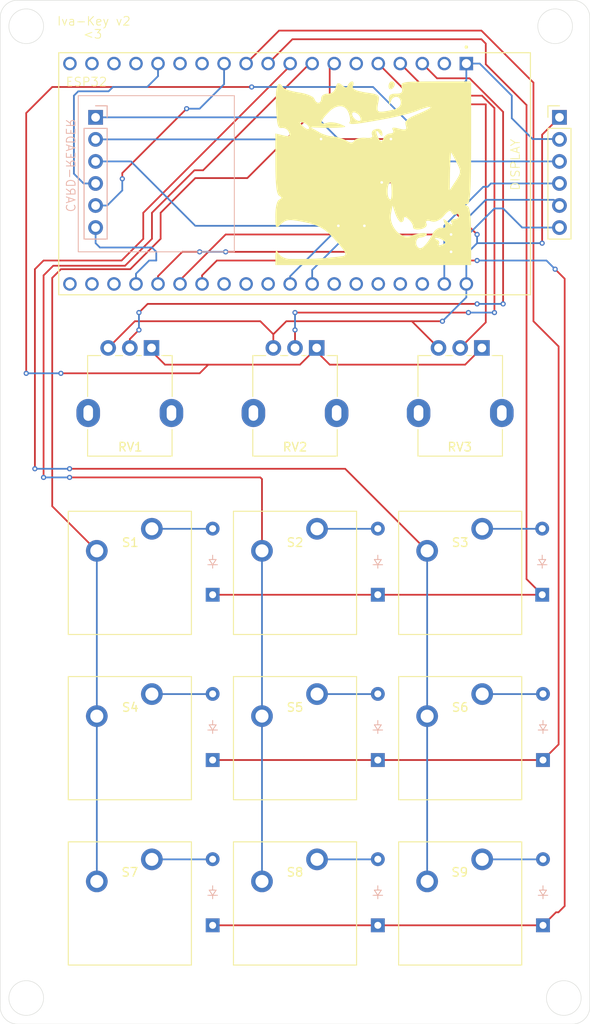
<source format=kicad_pcb>
(kicad_pcb (version 20240108) (generator "pcbnew") (generator_version "8.0")
  (layers (0 "F.Cu" signal) (31 "B.Cu" signal) (34 "B.Paste" user) (35 "F.Paste" user) (36 "B.SilkS" user "B.Silkscreen") (37 "F.SilkS" user "F.Silkscreen") (38 "B.Mask" user) (39 "F.Mask" user) (44 "Edge.Cuts" user))
  (net 0 "")
  (net 1 "row 1")
  (net 2 "Net-(D1-A)")
  (net 3 "Net-(D2-A)")
  (net 4 "Net-(D3-A)")
  (net 5 "Net-(D4-A)")
  (net 6 "row 2")
  (net 7 "Net-(D5-A)")
  (net 8 "Net-(D6-A)")
  (net 9 "row 3")
  (net 10 "Net-(D7-A)")
  (net 11 "Net-(D8-A)")
  (net 12 "Net-(D9-A)")
  (net 13 "vol 1")
  (net 14 "vol 2")
  (net 15 "vol 3")
  (net 16 "col 1")
  (net 17 "col 2")
  (net 18 "col 3")
  (net 37 "D_sda")
  (net 38 "D_dc")
  (net 39 "D_res")
  (net 40 "D_sck")
  (net 41 "C_vcc")
  (net 42 "C_gnd")
  (net 43 "C_cs")
  (net 44 "C_miso")
  (net 45 "C_mosi")
  (net 46 "C_sck")
  (net 47 "vcc_5v")
  (footprint "Potentiometer_THT:Potentiometer_Alpha_RD901F-40-00D_Single_Vertical" (layer "F.Cu") (at 99.45 78.075 -90)
    (property "Reference" "RV1")
    (property "Value" "R_Potentiometer")
  )
  (footprint "ScottoKeebs_MX:MX_PCB_1.00u" (layer "F.Cu") (at 96.95 104)
    (property "Reference" "S1")
    (property "Value" "Keyswitch")
  )
  (footprint "Potentiometer_THT:Potentiometer_Alpha_RD901F-40-00D_Single_Vertical" (layer "F.Cu") (at 137.55 78.075 -90)
    (property "Reference" "RV3")
    (property "Value" "R_Potentiometer")
  )
  (footprint "ScottoKeebs_MX:MX_PCB_1.00u" (layer "F.Cu") (at 135.05 123.05)
    (property "Reference" "S6")
    (property "Value" "Keyswitch")
  )
  (footprint "ScottoKeebs_MX:MX_PCB_1.00u" (layer "F.Cu") (at 96.95 142.1)
    (property "Reference" "S7")
    (property "Value" "Keyswitch")
  )
  (footprint "ScottoKeebs_MX:MX_PCB_1.00u" (layer "F.Cu") (at 116 104)
    (property "Reference" "S2")
    (property "Value" "Keyswitch")
  )
  (footprint "Connector_PinHeader_2.54mm:PinHeader_1x06_P2.54mm_Vertical" (layer "F.Cu") (at 146.5 51.5)
    (property "Reference" "J1" (hide yes))
    (property "Value" "ST7789")
  )
  (footprint "ScottoKeebs_MX:MX_PCB_1.00u" (layer "F.Cu") (at 135.05 142.1)
    (property "Reference" "S9")
    (property "Value" "Keyswitch")
  )
  (footprint "Potentiometer_THT:Potentiometer_Alpha_RD901F-40-00D_Single_Vertical" (layer "F.Cu") (at 118.5 78.075 -90)
    (property "Reference" "RV2")
    (property "Value" "R_Potentiometer")
  )
  (footprint "ESP32-DEVKITC-32D:MODULE_ESP32-DEVKITC-32D" (layer "F.Cu") (at 116 58 -90)
    (property "Reference" "U3" (hide yes))
    (property "Value" "ESP32-DEVKITC-32D")
  )
  (footprint "ScottoKeebs_MX:MX_PCB_1.00u" (layer "F.Cu") (at 116 123.05)
    (property "Reference" "S5")
    (property "Value" "Keyswitch")
  )
  (footprint "ScottoKeebs_MX:MX_PCB_1.00u" (layer "F.Cu") (at 135.05 104)
    (property "Reference" "S3")
    (property "Value" "Keyswitch")
  )
  (footprint "ScottoKeebs_MX:MX_PCB_1.00u" (layer "F.Cu") (at 116 142.1)
    (property "Reference" "S8")
    (property "Value" "Keyswitch")
  )
  (footprint "ScottoKeebs_MX:MX_PCB_1.00u" (layer "F.Cu") (at 96.95 123.05)
    (property "Reference" "S4")
    (property "Value" "Keyswitch")
  )
  (footprint "ScottoKeebs_Scotto:DO-35" (layer "B.Cu") (at 144.6 125.57 90)
    (property "Reference" "D6" (hide yes))
    (property "Value" "Diode" (hide yes))
  )
  (footprint "ScottoKeebs_Scotto:DO-35" (layer "B.Cu") (at 144.6 144.62 90)
    (property "Reference" "D9" (hide yes))
    (property "Value" "Diode" (hide yes))
  )
  (footprint "ScottoKeebs_Scotto:DO-35" (layer "B.Cu") (at 144.51 106.52 90)
    (property "Reference" "D3" (hide yes))
    (property "Value" "Diode" (hide yes))
  )
  (footprint "ScottoKeebs_Scotto:DO-35" (layer "B.Cu") (at 106.5 144.62 90)
    (property "Reference" "D7" (hide yes))
    (property "Value" "Diode" (hide yes))
  )
  (footprint "ScottoKeebs_Scotto:DO-35" (layer "B.Cu") (at 106.5 125.57 90)
    (property "Reference" "D4" (hide yes))
    (property "Value" "Diode" (hide yes))
  )
  (footprint "Connector_PinHeader_2.54mm:PinHeader_1x06_P2.54mm_Vertical" (layer "B.Cu") (at 93 51.5 180)
    (property "Reference" "J2" (hide yes))
    (property "Value" "Card_reader")
  )
  (footprint "ScottoKeebs_Scotto:DO-35" (layer "B.Cu") (at 125.55 144.62 90)
    (property "Reference" "D8" (hide yes))
    (property "Value" "Diode" (hide yes))
  )
  (footprint "ScottoKeebs_Scotto:DO-35" (layer "B.Cu") (at 125.55 125.57 90)
    (property "Reference" "D5" (hide yes))
    (property "Value" "Diode" (hide yes))
  )
  (footprint "ScottoKeebs_Scotto:DO-35" (layer "B.Cu") (at 106.5 106.52 90)
    (property "Reference" "D1" (hide yes))
    (property "Value" "Diode" (hide yes))
  )
  (footprint "ScottoKeebs_Scotto:DO-35" (layer "B.Cu") (at 125.55 106.52 90)
    (property "Reference" "D2" (hide yes))
    (property "Value" "Diode" (hide yes))
  )
  (gr_line (start 91 49) (end 109 49) (stroke (width 0.1)) (layer "B.SilkS"))
  (gr_line (start 109 67) (end 91 67) (stroke (width 0.1)) (layer "B.SilkS"))
  (gr_line (start 109 49) (end 109 67) (stroke (width 0.1)) (layer "B.SilkS"))
  (gr_line (start 91 67) (end 91 49) (stroke (width 0.1)) (layer "B.SilkS"))
  (gr_poly (pts (xy 136.313333 54.413889) (xy 136.308165 56.266799) (xy 136.301473 57.069541) (xy 136.291835 57.793941) (xy 136.279097 58.443101) (xy 136.263103 59.02012) (xy 136.243699 59.528099) (xy 136.220729 59.970139) (xy 136.194038 60.349341) (xy 136.163471 60.668804) (xy 136.128874 60.931631) (xy 136.110015 61.042774) (xy 136.09009 61.14092) (xy 136.069081 61.226458) (xy 136.046966 61.299774) (xy 136.023728 61.361256) (xy 135.999346 61.411291) (xy 135.973802 61.450268) (xy 135.947076 61.478574) (xy 135.919148 61.496596) (xy 135.889999 61.504722) (xy 135.827987 61.505549) (xy 135.774244 61.508029) (xy 135.728768 61.512164) (xy 135.709131 61.514851) (xy 135.691561 61.517951) (xy 135.676058 61.521465) (xy 135.662623 61.525393) (xy 135.651254 61.529734) (xy 135.641952 61.534488) (xy 135.634717 61.539656) (xy 135.62955 61.545237) (xy 135.626449 61.551231) (xy 135.625416 61.557639) (xy 135.626449 61.56446) (xy 135.62955 61.571695) (xy 135.634717 61.579343) (xy 135.641952 61.587405) (xy 135.651254 61.59588) (xy 135.662623 61.604768) (xy 135.676058 61.61407) (xy 135.691561 61.623785) (xy 135.728768 61.644455) (xy 135.774244 61.666779) (xy 135.827987 61.690757) (xy 135.889999 61.716388) (xy 135.941262 61.747472) (xy 135.989218 61.801345) (xy 136.033867 61.878472) (xy 136.075208 61.979319) (xy 136.113242 62.10435) (xy 136.147969 62.254031) (xy 136.179388 62.428827) (xy 136.2075 62.629202) (xy 136.253802 63.108553) (xy 136.286875 63.695804) (xy 136.306718 64.394676) (xy 136.313333 65.208889) (xy 136.313333 68.525) (xy 113.735555 68.525) (xy 113.735555 67.537222) (xy 113.742238 67.393743) (xy 113.749335 67.267472) (xy 113.757259 67.158254) (xy 113.766423 67.065934) (xy 113.777241 66.990357) (xy 113.783399 66.958799) (xy 113.790125 66.931369) (xy 113.797472 66.908047) (xy 113.80549 66.888813) (xy 113.814232 66.87365) (xy 113.823749 66.862536) (xy 113.834093 66.855453) (xy 113.845316 66.852382) (xy 113.857468 66.853302) (xy 113.870603 66.858195) (xy 113.884771 66.867042) (xy 113.900024 66.879822) (xy 113.916414 66.896516) (xy 113.933993 66.917106) (xy 113.952811 66.941572) (xy 113.972922 66.969894) (xy 114.017226 67.038029) (xy 114.067318 67.121357) (xy 114.123611 67.219723) (xy 114.167337 67.278781) (xy 114.218764 67.336649) (xy 114.277322 67.392968) (xy 114.342443 67.447375) (xy 114.413558 67.499508) (xy 114.4901 67.549005) (xy 114.571499 67.595505) (xy 114.657187 67.638646) (xy 114.746596 67.678067) (xy 114.839157 67.713405) (xy 114.934302 67.744299) (xy 115.031462 67.770387) (xy 115.130069 67.791307) (xy 115.229555 67.806698) (xy 115.329351 67.816198) (xy 115.428888 67.819445) (xy 116.265358 67.827506) (xy 117.040642 67.824406) (xy 117.772932 67.808903) (xy 118.480416 67.779757) (xy 119.181287 67.735729) (xy 119.893732 67.675578) (xy 120.635944 67.598063) (xy 121.426111 67.501944) (xy 121.541763 67.484779) (xy 121.636951 67.458881) (xy 121.676677 67.442253) (xy 121.711055 67.422957) (xy 121.740006 67.400832) (xy 121.763454 67.375716) (xy 121.781322 67.347448) (xy 121.79353 67.315866) (xy 121.800003 67.280809) (xy 121.800661 67.242115) (xy 121.795429 67.199623) (xy 121.784228 67.153172) (xy 121.766981 67.102599) (xy 121.743611 67.047743) (xy 121.678188 66.924538) (xy 121.587341 66.782264) (xy 121.470449 66.61963) (xy 121.326892 66.435343) (xy 121.15605 66.228112) (xy 120.957302 65.996645) (xy 120.473611 65.455834) (xy 120.27358 65.246863) (xy 120.082179 65.055721) (xy 119.897289 64.881218) (xy 119.716792 64.722167) (xy 119.538569 64.577378) (xy 119.3605 64.445663) (xy 119.180468 64.325834) (xy 118.996354 64.216702) (xy 118.806038 64.117079) (xy 118.607402 64.025775) (xy 118.398328 63.941602) (xy 118.176696 63.863373) (xy 117.940389 63.789897) (xy 117.687286 63.719988) (xy 117.41527 63.652455) (xy 117.122222 63.586111) (xy 116.801811 63.524151) (xy 116.513542 63.47077) (xy 116.254833 63.426276) (xy 116.023098 63.390981) (xy 115.815755 63.365195) (xy 115.720423 63.355964) (xy 115.63022 63.349227) (xy 115.544822 63.345022) (xy 115.463908 63.343387) (xy 115.387153 63.344363) (xy 115.314236 63.347987) (xy 115.244832 63.354298) (xy 115.178619 63.363335) (xy 115.115275 63.375136) (xy 115.054475 63.389741) (xy 114.995898 63.407188) (xy 114.93922 63.427517) (xy 114.884118 63.450764) (xy 114.830269 63.476971) (xy 114.77735 63.506174) (xy 114.725038 63.538414) (xy 114.673011 63.573728) (xy 114.620945 63.612156) (xy 114.568517 63.653736) (xy 114.515404 63.698507) (xy 114.405833 63.797778) (xy 114.194717 63.991117) (xy 114.108177 64.062103) (xy 114.033211 64.114176) (xy 113.999811 64.1327) (xy 113.968995 64.145992) (xy 113.940659 64.153883) (xy 113.9147 64.156206) (xy 113.891015 64.152793) (xy 113.8695 64.143477) (xy 113.850053 64.128088) (xy 113.832569 64.106459) (xy 113.816945 64.078422) (xy 113.803079 64.04381) (xy 113.780203 63.954186) (xy 113.763116 63.836243) (xy 113.750989 63.688637) (xy 113.742996 63.510026) (xy 113.738311 63.299066) (xy 113.73672 62.996371) (xy 127.040635 62.996371) (xy 127.047404 63.128602) (xy 127.062029 63.260007) (xy 127.084198 63.390223) (xy 127.113602 63.518889) (xy 127.14993 63.645643) (xy 127.192874 63.770123) (xy 127.242121 63.891967) (xy 127.297363 64.010815) (xy 127.35829 64.126303) (xy 127.424591 64.23807) (xy 127.495956 64.345756) (xy 127.572075 64.448997) (xy 127.652639 64.547432) (xy 127.737337 64.640699) (xy 127.825858 64.728437) (xy 127.917894 64.810284) (xy 128.013134 64.885878) (xy 128.111267 64.954857) (xy 128.211985 65.01686) (xy 128.314976 65.071525) (xy 128.419931 65.11849) (xy 128.526539 65.157394) (xy 128.634491 65.187874) (xy 128.743477 65.20957) (xy 128.853186 65.222119) (xy 128.963308 65.225159) (xy 129.073534 65.218329) (xy 129.183553 65.201267) (xy 129.293056 65.173611) (xy 129.514041 65.098784) (xy 129.726449 65.033052) (xy 129.929141 64.976414) (xy 130.120981 64.928872) (xy 130.300832 64.890425) (xy 130.467557 64.861073) (xy 130.545643 64.849807) (xy 130.62002 64.840816) (xy 130.690548 64.834098) (xy 130.757083 64.829653) (xy 130.819485 64.827483) (xy 130.87761 64.827586) (xy 130.931317 64.829963) (xy 130.980463 64.834614) (xy 131.024907 64.841539) (xy 131.064506 64.850737) (xy 131.099119 64.862209) (xy 131.128603 64.875955) (xy 131.152815 64.891975) (xy 131.171615 64.910268) (xy 131.184859 64.930836) (xy 131.192406 64.953677) (xy 131.194113 64.978791) (xy 131.189839 65.00618) (xy 131.179442 65.035842) (xy 131.162778 65.067778) (xy 131.140514 65.094202) (xy 131.113651 65.120419) (xy 131.082551 65.146223) (xy 131.047574 65.171407) (xy 131.009084 65.195764) (xy 130.967441 65.219087) (xy 130.923008 65.24117) (xy 130.876146 65.261806) (xy 130.827217 65.280789) (xy 130.776582 65.297911) (xy 130.724604 65.312966) (xy 130.671645 65.325747) (xy 130.618065 65.336048) (xy 130.564226 65.343662) (xy 130.510491 65.348382) (xy 130.457221 65.350001) (xy 130.408756 65.35254) (xy 130.362611 65.359983) (xy 130.318829 65.372063) (xy 130.277457 65.388517) (xy 130.238539 65.409079) (xy 130.202121 65.433484) (xy 130.168249 65.461468) (xy 130.136966 65.492766) (xy 130.108319 65.527112) (xy 130.082353 65.564243) (xy 130.059112 65.603893) (xy 130.038643 65.645797) (xy 130.02099 65.689691) (xy 130.006199 65.735309) (xy 129.994315 65.782387) (xy 129.985382 65.830661) (xy 129.979447 65.879864) (xy 129.976554 65.929733) (xy 129.976749 65.980003) (xy 129.980077 66.030408) (xy 129.986583 66.080683) (xy 129.996312 66.130565) (xy 130.009309 66.179788) (xy 130.025621 66.228087) (xy 130.045291 66.275198) (xy 130.068366 66.320855) (xy 130.09489 66.364794) (xy 130.124909 66.40675) (xy 130.158467 66.446458) (xy 130.195611 66.483654) (xy 130.236384 66.518071) (xy 130.280834 66.549447) (xy 130.314825 66.566616) (xy 130.350605 66.578489) (xy 130.388104 66.585142) (xy 130.42725 66.586653) (xy 130.467972 66.5831) (xy 130.510199 66.574561) (xy 130.55386 66.561112) (xy 130.598884 66.542831) (xy 130.692737 66.492085) (xy 130.791189 66.422942) (xy 130.893672 66.336022) (xy 130.999618 66.231945) (xy 131.108457 66.111333) (xy 131.219621 65.974803) (xy 131.332543 65.822978) (xy 131.446653 65.656476) (xy 131.561384 65.475919) (xy 131.588209 65.430582) (xy 132.146214 65.430582) (xy 132.146421 65.437187) (xy 132.147868 65.444141) (xy 132.150555 65.451424) (xy 132.154483 65.459017) (xy 132.15965 65.466901) (xy 132.166058 65.475056) (xy 132.173706 65.483463) (xy 132.182595 65.492103) (xy 132.192723 65.500956) (xy 132.204092 65.510003) (xy 132.216701 65.519224) (xy 132.24564 65.538112) (xy 132.27954 65.557464) (xy 132.3184 65.577127) (xy 132.362222 65.596945) (xy 132.381854 65.604069) (xy 132.40104 65.612181) (xy 132.419747 65.621237) (xy 132.437945 65.63119) (xy 132.4556 65.641996) (xy 132.47268 65.653609) (xy 132.489153 65.665984) (xy 132.504987 65.679077) (xy 132.520148 65.692841) (xy 132.534606 65.707232) (xy 132.548327 65.722204) (xy 132.561279 65.737712) (xy 132.573431 65.753711) (xy 132.584749 65.770156) (xy 132.595202 65.787002) (xy 132.604756 65.804202) (xy 132.613381 65.821713) (xy 132.621043 65.839489) (xy 132.62771 65.857484) (xy 132.633351 65.875653) (xy 132.637932 65.893952) (xy 132.641421 65.912335) (xy 132.643786 65.930756) (xy 132.644995 65.949172) (xy 132.645016 65.967535) (xy 132.643815 65.985802) (xy 132.641362 66.003926) (xy 132.637623 66.021863) (xy 132.632566 66.039568) (xy 132.626159 66.056994) (xy 132.61837 66.074098) (xy 132.609166 66.090834) (xy 132.596862 66.106956) (xy 132.586386 66.122245) (xy 132.577705 66.136693) (xy 132.570788 66.150296) (xy 132.565602 66.163046) (xy 132.562115 66.174937) (xy 132.560295 66.185962) (xy 132.560108 66.196116) (xy 132.561524 66.20539) (xy 132.564509 66.21378) (xy 132.569032 66.221279) (xy 132.57506 66.227879) (xy 132.582561 66.233576) (xy 132.591502 66.238361) (xy 132.601851 66.242229) (xy 132.613576 66.245174) (xy 132.626645 66.247188) (xy 132.641025 66.248266) (xy 132.67359 66.247585) (xy 132.711012 66.243081) (xy 132.753034 66.234701) (xy 132.799396 66.222393) (xy 132.849841 66.206106) (xy 132.90411 66.185789) (xy 132.961944 66.161389) (xy 133.042972 66.129487) (xy 133.114079 66.099653) (xy 133.175264 66.071472) (xy 133.202136 66.057873) (xy 133.226527 66.044532) (xy 133.248438 66.031397) (xy 133.267868 66.018418) (xy 133.284818 66.005542) (xy 133.299287 65.992718) (xy 133.311276 65.979893) (xy 133.320785 65.967017) (xy 133.327813 65.954038) (xy 133.33236 65.940903) (xy 133.334427 65.927562) (xy 133.334014 65.913963) (xy 133.33112 65.900053) (xy 133.325746 65.885782) (xy 133.317891 65.871097) (xy 133.307556 65.855948) (xy 133.29474 65.840281) (xy 133.279444 65.824046) (xy 133.261667 65.807191) (xy 133.24141 65.789664) (xy 133.218672 65.771414) (xy 133.193454 65.752388) (xy 133.135577 65.711805) (xy 133.067777 65.667502) (xy 133.020295 65.635264) (xy 132.970695 65.604732) (xy 132.919337 65.575957) (xy 132.866584 65.54899) (xy 132.812798 65.523884) (xy 132.758339 65.500689) (xy 132.703571 65.479459) (xy 132.648854 65.460243) (xy 132.594551 65.443095) (xy 132.541023 65.428066) (xy 132.488631 65.415207) (xy 132.437739 65.40457) (xy 132.388706 65.396207) (xy 132.341896 65.390169) (xy 132.29767 65.386509) (xy 132.256389 65.385277) (xy 132.240473 65.385584) (xy 132.225796 65.386492) (xy 132.21236 65.387981) (xy 132.200165 65.390032) (xy 132.189209 65.392625) (xy 132.179494 65.395742) (xy 132.171019 65.399362) (xy 132.163784 65.403468) (xy 132.15779 65.408038) (xy 132.153036 65.413054) (xy 132.149522 65.418496) (xy 132.147248 65.424345) (xy 132.146214 65.430582) (xy 131.588209 65.430582) (xy 131.676166 65.281926) (xy 131.790431 65.075117) (xy 131.903611 64.856112) (xy 131.946098 64.784256) (xy 131.993804 64.714518) (xy 132.046161 64.647365) (xy 132.1026 64.58326) (xy 132.162553 64.522669) (xy 132.225452 64.466058) (xy 132.290727 64.41389) (xy 132.357812 64.366632) (xy 132.426137 64.324748) (xy 132.495133 64.288704) (xy 132.564233 64.258964) (xy 132.598644 64.246604) (xy 132.632868 64.235994) (xy 132.666833 64.227193) (xy 132.700469 64.220259) (xy 132.733705 64.215249) (xy 132.766468 64.212223) (xy 132.79869 64.211238) (xy 132.830297 64.212352) (xy 132.86122 64.215624) (xy 132.891387 64.221112) (xy 132.96705 64.231835) (xy 133.035324 64.237442) (xy 133.066705 64.238278) (xy 133.096259 64.237778) (xy 133.123991 64.235921) (xy 133.149908 64.232688) (xy 133.174016 64.228059) (xy 133.196322 64.222016) (xy 133.216832 64.214539) (xy 133.235553 64.205609) (xy 133.252491 64.195206) (xy 133.267653 64.18331) (xy 133.281044 64.169904) (xy 133.292673 64.154966) (xy 133.302544 64.138478) (xy 133.310665 64.12042) (xy 133.317041 64.100773) (xy 133.321681 64.079518) (xy 133.324588 64.056635) (xy 133.325772 64.032105) (xy 133.325237 64.005908) (xy 133.32299 63.978025) (xy 133.319038 63.948437) (xy 133.313387 63.917125) (xy 133.306043 63.884068) (xy 133.297014 63.849247) (xy 133.273923 63.774239) (xy 133.244167 63.691945) (xy 133.207451 63.592313) (xy 133.176987 63.505083) (xy 133.153242 63.430255) (xy 133.13668 63.36783) (xy 133.131238 63.341269) (xy 133.127766 63.317808) (xy 133.126322 63.297447) (xy 133.126965 63.280187) (xy 133.129752 63.266028) (xy 133.134742 63.254969) (xy 133.141993 63.247011) (xy 133.151562 63.242153) (xy 133.163509 63.240396) (xy 133.177891 63.24174) (xy 133.194767 63.246184) (xy 133.214194 63.253729) (xy 133.236231 63.264374) (xy 133.260935 63.27812) (xy 133.31858 63.314914) (xy 133.387594 63.36411) (xy 133.468441 63.425708) (xy 133.561588 63.499708) (xy 133.667499 63.586111) (xy 133.737745 63.642327) (xy 133.802823 63.691876) (xy 133.83336 63.714135) (xy 133.862527 63.734707) (xy 133.890299 63.753588) (xy 133.916649 63.770769) (xy 133.941553 63.786245) (xy 133.964984 63.800009) (xy 133.986917 63.812055) (xy 134.007324 63.822377) (xy 134.026182 63.830967) (xy 134.043464 63.837819) (xy 134.059143 63.842928) (xy 134.073195 63.846286) (xy 134.085593 63.847886) (xy 134.096311 63.847724) (xy 134.105325 63.845791) (xy 134.109184 63.844159) (xy 134.112607 63.842082) (xy 134.115591 63.83956) (xy 134.118132 63.836591) (xy 134.120227 63.833174) (xy 134.121874 63.82931) (xy 134.123808 63.820233) (xy 134.123907 63.809354) (xy 134.122146 63.796667) (xy 134.118498 63.782164) (xy 134.112939 63.76584) (xy 134.105441 63.747687) (xy 134.09598 63.7277) (xy 134.08453 63.705872) (xy 134.071064 63.682197) (xy 134.055557 63.656668) (xy 134.04305 63.633727) (xy 134.031983 63.611219) (xy 134.022351 63.589163) (xy 134.014146 63.567578) (xy 134.007362 63.546484) (xy 134.001993 63.525901) (xy 133.998032 63.505847) (xy 133.995473 63.486342) (xy 133.994309 63.467406) (xy 133.994534 63.449058) (xy 133.996141 63.431317) (xy 133.999124 63.414202) (xy 134.003477 63.397733) (xy 134.009192 63.38193) (xy 134.016265 63.366811) (xy 134.024687 63.352397) (xy 134.034452 63.338706) (xy 134.045555 63.325758) (xy 134.057989 63.313572) (xy 134.071747 63.302167) (xy 134.086822 63.291564) (xy 134.103209 63.281781) (xy 134.120901 63.272838) (xy 134.139891 63.264753) (xy 134.160173 63.257548) (xy 134.18174 63.25124) (xy 134.204586 63.245849) (xy 134.228705 63.241396) (xy 134.25409 63.237898) (xy 134.280735 63.235375) (xy 134.308633 63.233848) (xy 134.337777 63.233334) (xy 134.367331 63.232822) (xy 134.396439 63.231301) (xy 134.425068 63.228799) (xy 134.453188 63.225341) (xy 134.480765 63.220953) (xy 134.507767 63.215661) (xy 134.534161 63.20949) (xy 134.559917 63.202466) (xy 134.585 63.194615) (xy 134.60938 63.185964) (xy 134.633023 63.176537) (xy 134.655897 63.166361) (xy 134.67797 63.155462) (xy 134.69921 63.143865) (xy 134.719585 63.131596) (xy 134.739061 63.118681) (xy 134.757608 63.105146) (xy 134.775192 63.091017) (xy 134.791781 63.07632) (xy 134.807343 63.061079) (xy 134.821846 63.045322) (xy 134.835257 63.029075) (xy 134.847544 63.012362) (xy 134.858675 62.995209) (xy 134.868617 62.977644) (xy 134.877339 62.959691) (xy 134.884807 62.941376) (xy 134.89099 62.922725) (xy 134.895855 62.903764) (xy 134.89937 62.884519) (xy 134.901503 62.865015) (xy 134.902221 62.845279) (xy 134.901811 62.828954) (xy 134.900593 62.813068) (xy 134.898588 62.797646) (xy 134.895813 62.782716) (xy 134.89229 62.768303) (xy 134.888036 62.754432) (xy 134.883072 62.741129) (xy 134.877417 62.728421) (xy 134.87109 62.716333) (xy 134.86411 62.704891) (xy 134.856498 62.694121) (xy 134.848271 62.684048) (xy 134.839451 62.674699) (xy 134.830055 62.666099) (xy 134.820105 62.658275) (xy 134.809618 62.651251) (xy 134.798614 62.645054) (xy 134.787113 62.63971) (xy 134.775133 62.635244) (xy 134.762696 62.631683) (xy 134.749819 62.629051) (xy 134.736522 62.627376) (xy 134.722824 62.626683) (xy 134.708746 62.626997) (xy 134.694305 62.628345) (xy 134.679523 62.630753) (xy 134.664417 62.634245) (xy 134.649008 62.638849) (xy 134.633314 62.644589) (xy 134.617356 62.651492) (xy 134.601152 62.659584) (xy 134.584722 62.66889) (xy 134.567985 62.681299) (xy 134.550874 62.692093) (xy 134.533427 62.701311) (xy 134.515683 62.708991) (xy 134.49768 62.715173) (xy 134.479457 62.719895) (xy 134.461054 62.723196) (xy 134.442509 62.725114) (xy 134.42386 62.725689) (xy 134.405147 62.724959) (xy 134.386408 62.722963) (xy 134.367682 62.71974) (xy 134.349007 62.715328) (xy 134.330423 62.709766) (xy 134.311968 62.703093) (xy 134.293681 62.695348) (xy 134.275601 62.68657) (xy 134.257766 62.676796) (xy 134.240216 62.666067) (xy 134.222988 62.654421) (xy 134.206122 62.641895) (xy 134.189657 62.628531) (xy 134.173631 62.614365) (xy 134.158082 62.599437) (xy 134.143051 62.583785) (xy 134.128575 62.567449) (xy 134.114694 62.550467) (xy 134.101445 62.532877) (xy 134.088868 62.514719) (xy 134.077002 62.496032) (xy 134.065885 62.476853) (xy 134.055557 62.457222) (xy 134.045117 62.428699) (xy 134.033637 62.402669) (xy 134.021111 62.379146) (xy 134.007531 62.358142) (xy 133.992893 62.33967) (xy 133.977189 62.323742) (xy 133.960412 62.310373) (xy 133.942556 62.299575) (xy 133.923616 62.291361) (xy 133.903584 62.285743) (xy 133.882453 62.282735) (xy 133.860218 62.28235) (xy 133.836872 62.2846) (xy 133.812409 62.289498) (xy 133.786822 62.297058) (xy 133.760104 62.307292) (xy 133.732249 62.320213) (xy 133.703251 62.335835) (xy 133.673103 62.354169) (xy 133.641799 62.375229) (xy 133.575697 62.42558) (xy 133.504891 62.486988) (xy 133.429332 62.55956) (xy 133.348967 62.643396) (xy 133.263744 62.738602) (xy 133.173612 62.845279) (xy 133.081007 62.946978) (xy 132.988403 63.040409) (xy 132.895799 63.125572) (xy 132.803194 63.202467) (xy 132.71059 63.271093) (xy 132.617986 63.331451) (xy 132.525381 63.383541) (xy 132.432777 63.427362) (xy 132.340173 63.462916) (xy 132.293871 63.477592) (xy 132.247569 63.490201) (xy 132.201267 63.500743) (xy 132.154965 63.509218) (xy 132.108663 63.515625) (xy 132.062361 63.519966) (xy 132.016059 63.52224) (xy 131.969757 63.522447) (xy 131.923455 63.520586) (xy 131.877153 63.516659) (xy 131.830851 63.510664) (xy 131.784549 63.502603) (xy 131.738247 63.492474) (xy 131.691945 63.480278) (xy 131.603062 63.456318) (xy 131.521619 63.437421) (xy 131.483689 63.429905) (xy 131.447618 63.423693) (xy 131.413409 63.418799) (xy 131.381059 63.415235) (xy 131.35057 63.413015) (xy 131.321941 63.412152) (xy 131.295173 63.412658) (xy 131.270265 63.414546) (xy 131.247217 63.41783) (xy 131.22603 63.422522) (xy 131.206703 63.428635) (xy 131.189236 63.436181) (xy 131.17363 63.445175) (xy 131.159884 63.455629) (xy 131.147998 63.467556) (xy 131.137973 63.480968) (xy 131.129808 63.495879) (xy 131.123504 63.512301) (xy 131.11906 63.530248) (xy 131.116476 63.549732) (xy 131.115752 63.570767) (xy 131.116889 63.593364) (xy 131.119887 63.617538) (xy 131.124744 63.643301) (xy 131.131462 63.670666) (xy 131.140041 63.699645) (xy 131.150479 63.730253) (xy 131.162778 63.762501) (xy 131.171567 63.788853) (xy 131.178109 63.814978) (xy 131.182428 63.840858) (xy 131.184551 63.866474) (xy 131.184504 63.891805) (xy 131.182312 63.916832) (xy 131.178001 63.941537) (xy 131.171597 63.965899) (xy 131.163127 63.9899) (xy 131.152615 64.013519) (xy 131.140088 64.036738) (xy 131.125571 64.059537) (xy 131.10909 64.081897) (xy 131.090672 64.103798) (xy 131.070341 64.125221) (xy 131.048125 64.146147) (xy 130.998136 64.186429) (xy 130.940913 64.224488) (xy 130.876662 64.260171) (xy 130.80559 64.293322) (xy 130.727903 64.323785) (xy 130.643808 64.351406) (xy 130.553512 64.37603) (xy 130.457221 64.397501) (xy 130.360509 64.40906) (xy 130.314062 64.413566) (xy 130.268913 64.417207) (xy 130.225082 64.41997) (xy 130.182587 64.421841) (xy 130.14145 64.422807) (xy 130.101688 64.422857) (xy 130.063322 64.421976) (xy 130.02637 64.420153) (xy 129.990852 64.417373) (xy 129.956787 64.413624) (xy 129.924196 64.408894) (xy 129.893096 64.403168) (xy 129.863508 64.396435) (xy 129.835451 64.388682) (xy 129.808944 64.379894) (xy 129.784007 64.370061) (xy 129.760659 64.359168) (xy 129.73892 64.347203) (xy 129.718808 64.334152) (xy 129.700343 64.320004) (xy 129.683545 64.304744) (xy 129.668433 64.28836) (xy 129.655026 64.27084) (xy 129.643344 64.25217) (xy 129.633406 64.232337) (xy 129.625231 64.211328) (xy 129.618839 64.189131) (xy 129.61425 64.165732) (xy 129.611482 64.141119) (xy 129.610555 64.115279) (xy 129.609838 64.091723) (xy 129.607713 64.067392) (xy 129.599393 64.016611) (xy 129.585905 63.96335) (xy 129.56756 63.908022) (xy 129.544668 63.85104) (xy 129.517537 63.792818) (xy 129.48648 63.733769) (xy 129.451805 63.674306) (xy 129.413823 63.614844) (xy 129.372844 63.555795) (xy 129.329177 63.497573) (xy 129.283133 63.440591) (xy 129.235023 63.385263) (xy 129.185155 63.332002) (xy 129.13384 63.281221) (xy 129.081389 63.233334) (xy 129.048833 63.204497) (xy 129.01731 63.177515) (xy 128.986821 63.15238) (xy 128.957365 63.129085) (xy 128.928943 63.107626) (xy 128.901554 63.087994) (xy 128.875199 63.070184) (xy 128.849878 63.054189) (xy 128.82559 63.040003) (xy 128.802336 63.027619) (xy 128.780115 63.01703) (xy 128.758927 63.008231) (xy 128.738774 63.001215) (xy 128.719653 62.995975) (xy 128.701567 62.992506) (xy 128.684513 62.990799) (xy 128.668494 62.99085) (xy 128.653507 62.992651) (xy 128.639555 62.996196) (xy 128.626636 63.001479) (xy 128.61475 63.008493) (xy 128.603898 63.017232) (xy 128.59408 63.027689) (xy 128.585295 63.039858) (xy 128.577543 63.053732) (xy 128.570825 63.069305) (xy 128.565141 63.08657) (xy 128.56049 63.105521) (xy 128.556872 63.126152) (xy 128.554289 63.148456) (xy 128.552738 63.172426) (xy 128.552222 63.198057) (xy 128.551811 63.217793) (xy 128.550594 63.237296) (xy 128.548588 63.256542) (xy 128.545814 63.275502) (xy 128.54229 63.294153) (xy 128.538036 63.312468) (xy 128.533072 63.330422) (xy 128.527417 63.347987) (xy 128.52109 63.365139) (xy 128.51411 63.381852) (xy 128.506498 63.3981) (xy 128.498272 63.413857) (xy 128.489451 63.429098) (xy 128.480056 63.443795) (xy 128.470105 63.457924) (xy 128.459618 63.471459) (xy 128.448614 63.484374) (xy 128.437113 63.496643) (xy 128.425134 63.50824) (xy 128.412696 63.519139) (xy 128.399819 63.529315) (xy 128.386522 63.538742) (xy 128.372824 63.547393) (xy 128.358746 63.555244) (xy 128.344305 63.562267) (xy 128.329523 63.568438) (xy 128.314417 63.573731) (xy 128.299008 63.578119) (xy 128.283314 63.581577) (xy 128.267356 63.584079) (xy 128.251152 63.585599) (xy 128.234722 63.586111) (xy 128.217881 63.58488) (xy 128.200452 63.581219) (xy 128.16396 63.566819) (xy 128.125504 63.543323) (xy 128.085343 63.511146) (xy 128.043735 63.470701) (xy 128.000938 63.422401) (xy 127.957211 63.366659) (xy 127.912812 63.303889) (xy 127.868 63.234505) (xy 127.823033 63.158919) (xy 127.778169 63.077546) (xy 127.733667 62.990799) (xy 127.689785 62.89909) (xy 127.646782 62.802834) (xy 127.604915 62.702444) (xy 127.564444 62.598333) (xy 127.246944 61.645834) (xy 127.070555 62.598333) (xy 127.0519 62.730874) (xy 127.04203 62.863674) (xy 127.040635 62.996371) (xy 113.73672 62.996371) (xy 113.735555 62.774722) (xy 113.737605 62.604525) (xy 113.743685 62.438412) (xy 113.753693 62.277156) (xy 113.767525 62.121532) (xy 113.785078 61.972317) (xy 113.806248 61.830284) (xy 113.830932 61.69621) (xy 113.859027 61.570869) (xy 113.890429 61.455036) (xy 113.925035 61.349487) (xy 113.943507 61.300811) (xy 113.962742 61.254996) (xy 113.982726 61.212141) (xy 114.003446 61.17234) (xy 114.024889 61.135692) (xy 114.047043 61.102293) (xy 114.069895 61.072239) (xy 114.093432 61.045629) (xy 114.11764 61.022559) (xy 114.142507 61.003125) (xy 114.16802 60.987425) (xy 114.194166 60.975556) (xy 114.249977 60.943672) (xy 114.298346 60.913958) (xy 114.31974 60.899818) (xy 114.339274 60.886104) (xy 114.356947 60.872778) (xy 114.37276 60.859801) (xy 114.386713 60.847134) (xy 114.398805 60.834738) (xy 114.409037 60.822575) (xy 114.417408 60.810605) (xy 114.42392 60.798791) (xy 114.42857 60.787092) (xy 114.431361 60.775472) (xy 114.432291 60.76389) (xy 114.431361 60.752308) (xy 114.42857 60.740687) (xy 114.42392 60.728989) (xy 114.417408 60.717174) (xy 114.409037 60.705205) (xy 114.398805 60.693042) (xy 114.386713 60.680646) (xy 114.37276 60.667979) (xy 114.356947 60.655001) (xy 114.339274 60.641675) (xy 114.31974 60.627962) (xy 114.298346 60.613822) (xy 114.249977 60.584108) (xy 114.194166 60.552224) (xy 114.136693 60.5145) (xy 114.083303 60.453832) (xy 114.033943 60.369599) (xy 113.988563 60.261182) (xy 113.94711 60.12796) (xy 113.927191 60.043865) (xy 126.671682 60.043865) (xy 126.675515 60.194295) (xy 126.687461 60.339454) (xy 126.707882 60.475931) (xy 126.737139 60.600316) (xy 126.755195 60.656909) (xy 126.775595 60.709199) (xy 126.798386 60.75676) (xy 126.823612 60.799167) (xy 126.862059 60.85869) (xy 126.898025 60.904931) (xy 126.931512 60.937841) (xy 126.947325 60.949279) (xy 126.962517 60.957366) (xy 126.97709 60.962093) (xy 126.991043 60.963455) (xy 127.004375 60.961445) (xy 127.017088 60.956057) (xy 127.02918 60.947283) (xy 127.040652 60.935119) (xy 127.051504 60.919557) (xy 127.061736 60.900591) (xy 127.080339 60.85242) (xy 127.096462 60.790554) (xy 127.110105 60.714943) (xy 127.121267 60.625534) (xy 127.129949 60.522276) (xy 127.13615 60.405117) (xy 127.13987 60.274005) (xy 127.141111 60.128889) (xy 127.140301 60.01738) (xy 127.137941 59.908196) (xy 127.137 59.881945) (xy 133.843889 59.881945) (xy 134.514167 58.858889) (xy 134.62621 58.689003) (xy 134.724249 58.534981) (xy 134.808335 58.394499) (xy 134.87852 58.265231) (xy 134.934856 58.14485) (xy 134.957847 58.087267) (xy 134.977394 58.031033) (xy 134.993506 57.975859) (xy 135.006187 57.921453) (xy 135.015444 57.867526) (xy 135.021285 57.813785) (xy 135.023714 57.759942) (xy 135.02274 57.705704) (xy 135.018368 57.650782) (xy 135.010605 57.594884) (xy 134.999456 57.53772) (xy 134.98493 57.479) (xy 134.967031 57.418431) (xy 134.945768 57.355725) (xy 134.893169 57.222736) (xy 134.827187 57.077706) (xy 134.747872 56.91831) (xy 134.655277 56.742222) (xy 134.231944 55.944063) (xy 134.020276 55.542778) (xy 134.016868 55.542342) (xy 134.013266 55.547558) (xy 134.005532 55.574404) (xy 133.988307 55.689953) (xy 133.969428 55.880742) (xy 133.949722 56.138091) (xy 133.911137 56.817739) (xy 133.879167 57.659445) (xy 133.843889 59.881945) (xy 127.137 59.881945) (xy 127.134134 59.80201) (xy 127.128984 59.699492) (xy 127.122593 59.601316) (xy 127.115066 59.508152) (xy 127.106505 59.420672) (xy 127.097014 59.339549) (xy 127.086696 59.265454) (xy 127.075654 59.199058) (xy 127.063992 59.141034) (xy 127.051814 59.092053) (xy 127.039222 59.052788) (xy 127.032804 59.037008) (xy 127.026321 59.023909) (xy 127.019786 59.013575) (xy 127.013212 59.00609) (xy 127.006613 59.001537) (xy 127 59) (xy 126.970759 59.00396) (xy 126.942596 59.015555) (xy 126.915558 59.034359) (xy 126.889688 59.059945) (xy 126.865033 59.091888) (xy 126.841638 59.12976) (xy 126.798806 59.221589) (xy 126.761556 59.332022) (xy 126.730249 59.457647) (xy 126.705246 59.595055) (xy 126.686909 59.740834) (xy 126.675601 59.891574) (xy 126.671682 60.043865) (xy 113.927191 60.043865) (xy 113.909532 59.969313) (xy 113.875779 59.784622) (xy 113.845798 59.573265) (xy 113.796947 59.068076) (xy 113.762565 58.448785) (xy 113.742238 57.710432) (xy 113.735555 56.848055) (xy 113.735555 53.355556) (xy 114.617499 53.567223) (xy 114.74905 53.597367) (xy 114.866235 53.621517) (xy 114.969571 53.639466) (xy 115.016207 53.646051) (xy 115.059574 53.651007) (xy 115.099737 53.65431) (xy 115.136761 53.655934) (xy 115.170711 53.655852) (xy 115.20165 53.654039) (xy 115.229643 53.650469) (xy 115.254756 53.645116) (xy 115.277052 53.637954) (xy 115.296597 53.628958) (xy 115.313454 53.618102) (xy 115.327689 53.60536) (xy 115.339365 53.590705) (xy 115.348549 53.574113) (xy 115.355303 53.555556) (xy 115.359694 53.535011) (xy 115.361784 53.51245) (xy 115.36164 53.487847) (xy 115.359325 53.461178) (xy 115.354905 53.432416) (xy 115.348443 53.401535) (xy 115.340005 53.368509) (xy 115.329655 53.333313) (xy 115.317457 53.295921) (xy 115.287777 53.214445) (xy 115.277039 53.184993) (xy 115.264712 53.156188) (xy 115.250861 53.128055) (xy 115.23555 53.100619) (xy 115.218843 53.073906) (xy 115.200806 53.047943) (xy 115.181502 53.022755) (xy 115.160998 52.998369) (xy 115.116642 52.952101) (xy 115.068256 52.909347) (xy 115.016355 52.870314) (xy 114.961458 52.835209) (xy 114.90408 52.804237) (xy 114.844738 52.777607) (xy 114.783949 52.755524) (xy 114.72223 52.738195) (xy 114.660098 52.725827) (xy 114.598069 52.718627) (xy 114.53666 52.716801) (xy 114.50635 52.717968) (xy 114.476388 52.720557) (xy 114.394447 52.733906) (xy 114.320257 52.733097) (xy 114.253301 52.716371) (xy 114.193064 52.681971) (xy 114.139027 52.628142) (xy 114.090675 52.553125) (xy 114.047491 52.455163) (xy 114.008958 52.332501) (xy 113.974559 52.18338) (xy 113.957578 52.085555) (xy 116.557777 52.085555) (xy 116.558494 52.092681) (xy 116.560619 52.100809) (xy 116.568939 52.119938) (xy 116.582427 52.142684) (xy 116.600772 52.168789) (xy 116.623665 52.197995) (xy 116.650795 52.230043) (xy 116.681852 52.264675) (xy 116.716527 52.301632) (xy 116.795489 52.38149) (xy 116.885199 52.467548) (xy 116.983178 52.557741) (xy 117.086944 52.650001) (xy 117.116396 52.67253) (xy 117.145209 52.693814) (xy 117.173363 52.713844) (xy 117.200839 52.732614) (xy 117.227617 52.750118) (xy 117.253678 52.76635) (xy 117.279003 52.781303) (xy 117.303572 52.79497) (xy 117.327365 52.807346) (xy 117.350365 52.818423) (xy 117.37255 52.828195) (xy 117.393902 52.836656) (xy 117.414401 52.843799) (xy 117.434029 52.849618) (xy 117.452765 52.854107) (xy 117.47059 52.857258) (xy 117.487485 52.859065) (xy 117.50343 52.859523) (xy 117.518407 52.858624) (xy 117.532395 52.856362) (xy 117.545375 52.852731) (xy 117.557329 52.847723) (xy 117.562914 52.844702) (xy 117.568236 52.841334) (xy 117.573291 52.837619) (xy 117.578077 52.833556) (xy 117.582592 52.829144) (xy 117.586833 52.824382) (xy 117.590798 52.81927) (xy 117.594484 52.813807) (xy 117.601011 52.801823) (xy 117.606395 52.788425) (xy 117.610617 52.773606) (xy 117.613656 52.757359) (xy 117.615494 52.739678) (xy 117.616111 52.720557) (xy 117.615394 52.703819) (xy 117.613268 52.6867) (xy 117.609774 52.669232) (xy 117.604949 52.651448) (xy 117.604458 52.650001) (xy 117.792499 52.650001) (xy 118.674444 53.143889) (xy 118.769813 53.202163) (xy 118.870194 53.257853) (xy 118.974813 53.310856) (xy 119.082895 53.361068) (xy 119.193663 53.408386) (xy 119.306343 53.452708) (xy 119.420161 53.493928) (xy 119.53434 53.531945) (xy 119.648106 53.566654) (xy 119.760683 53.597953) (xy 119.871296 53.625737) (xy 119.979171 53.649905) (xy 120.083531 53.670352) (xy 120.183603 53.686974) (xy 120.27861 53.699669) (xy 120.367778 53.708334) (xy 120.449917 53.710763) (xy 120.537069 53.717842) (xy 120.628459 53.729263) (xy 120.723311 53.744714) (xy 120.82085 53.763886) (xy 120.920302 53.786469) (xy 121.02089 53.812152) (xy 121.12184 53.840625) (xy 121.222376 53.87158) (xy 121.321724 53.904704) (xy 121.419108 53.939689) (xy 121.513754 53.976224) (xy 121.604885 54.014) (xy 121.691727 54.052706) (xy 121.773505 54.092032) (xy 121.849444 54.131668) (xy 121.951229 54.193688) (xy 121.999183 54.221614) (xy 122.045263 54.247492) (xy 122.089535 54.271329) (xy 122.132062 54.293131) (xy 122.17291 54.312904) (xy 122.212144 54.330656) (xy 122.249826 54.346393) (xy 122.286024 54.360121) (xy 122.3208 54.371846) (xy 122.354219 54.381575) (xy 122.386347 54.389315) (xy 122.417247 54.395071) (xy 122.446985 54.398851) (xy 122.475625 54.400661) (xy 122.503231 54.400507) (xy 122.529868 54.398396) (xy 122.5556 54.394334) (xy 122.580493 54.388327) (xy 122.604611 54.380383) (xy 122.628019 54.370507) (xy 122.65078 54.358707) (xy 122.67296 54.344988) (xy 122.694623 54.329357) (xy 122.715834 54.31182) (xy 122.736658 54.292384) (xy 122.757158 54.271056) (xy 122.7774 54.247841) (xy 122.797449 54.222747) (xy 122.817368 54.195779) (xy 122.837222 54.166945) (xy 122.86853 54.12811) (xy 122.909087 54.091084) (xy 122.958222 54.056022) (xy 123.015265 54.023078) (xy 123.079541 53.992408) (xy 123.150381 53.964167) (xy 123.227112 53.938509) (xy 123.309062 53.915591) (xy 123.39556 53.895566) (xy 123.485933 53.87859) (xy 123.579511 53.864819) (xy 123.67562 53.854406) (xy 123.77359 53.847507) (xy 123.872749 53.844277) (xy 123.972424 53.844871) (xy 124.071945 53.849444) (xy 124.136749 53.855542) (xy 124.198879 53.860606) (xy 124.258348 53.864637) (xy 124.315168 53.867634) (xy 124.369353 53.869598) (xy 124.420915 53.870528) (xy 124.469868 53.870425) (xy 124.516224 53.869288) (xy 124.559996 53.867118) (xy 124.601197 53.863914) (xy 124.63984 53.859676) (xy 124.675938 53.854405) (xy 124.709504 53.848101) (xy 124.740551 53.840763) (xy 124.769091 53.832391) (xy 124.795138 53.822986) (xy 124.818705 53.812548) (xy 124.839804 53.801076) (xy 124.858448 53.78857) (xy 124.874651 53.775031) (xy 124.888425 53.760458) (xy 124.899783 53.744852) (xy 124.908738 53.728212) (xy 124.915303 53.710539) (xy 124.919491 53.691832) (xy 124.921315 53.672091) (xy 124.920787 53.651318) (xy 124.917921 53.62951) (xy 124.91273 53.606669) (xy 124.905226 53.582795) (xy 124.895423 53.557887) (xy 124.883333 53.531945) (xy 124.874131 53.505493) (xy 124.866357 53.47908) (xy 124.859991 53.452745) (xy 124.855014 53.426525) (xy 124.851406 53.400461) (xy 124.849149 53.374591) (xy 124.848222 53.348953) (xy 124.848606 53.323586) (xy 124.850282 53.298529) (xy 124.853231 53.273821) (xy 124.857433 53.249501) (xy 124.862869 53.225607) (xy 124.869519 53.202178) (xy 124.877364 53.179253) (xy 124.886385 53.156871) (xy 124.896562 53.13507) (xy 124.907876 53.113889) (xy 124.920307 53.093367) (xy 124.933837 53.073543) (xy 124.948445 53.054455) (xy 124.964113 53.036142) (xy 124.98082 53.018643) (xy 124.998549 53.001997) (xy 125.017278 52.986242) (xy 125.036989 52.971417) (xy 125.057663 52.957561) (xy 125.07928 52.944713) (xy 125.101821 52.932912) (xy 125.125266 52.922196) (xy 125.149596 52.912603) (xy 125.174791 52.904174) (xy 125.200833 52.896945) (xy 125.24992 52.878441) (xy 125.297941 52.862598) (xy 125.344865 52.84939) (xy 125.390658 52.838792) (xy 125.435288 52.830778) (xy 125.478723 52.825322) (xy 125.520931 52.822397) (xy 125.561879 52.82198) (xy 125.601535 52.824042) (xy 125.639867 52.82856) (xy 125.676843 52.835506) (xy 125.71243 52.844855) (xy 125.746595 52.856581) (xy 125.779308 52.870659) (xy 125.810534 52.887062) (xy 125.840243 52.905764) (xy 125.868401 52.926741) (xy 125.894977 52.949965) (xy 125.919937 52.975411) (xy 125.943251 53.003054) (xy 125.964885 53.032867) (xy 125.984807 53.064824) (xy 126.002986 53.0989) (xy 126.019388 53.13507) (xy 126.033981 53.173306) (xy 126.046733 53.213583) (xy 126.057612 53.255876) (xy 126.066585 53.300158) (xy 126.073621 53.346404) (xy 126.078686 53.394588) (xy 126.081749 53.444684) (xy 126.082777 53.496666) (xy 126.082266 53.515686) (xy 126.080753 53.533064) (xy 126.078272 53.548815) (xy 126.074854 53.56295) (xy 126.070531 53.575484) (xy 126.065337 53.586429) (xy 126.059302 53.595797) (xy 126.052461 53.603603) (xy 126.044844 53.609858) (xy 126.036484 53.614575) (xy 126.027414 53.617769) (xy 126.017665 53.61945) (xy 126.007271 53.619633) (xy 125.996262 53.618331) (xy 125.984673 53.615555) (xy 125.972534 53.61132) (xy 125.959879 53.605638) (xy 125.946739 53.598521) (xy 125.933147 53.589984) (xy 125.919135 53.580039) (xy 125.904736 53.568698) (xy 125.889981 53.555975) (xy 125.874904 53.541882) (xy 125.859535 53.526433) (xy 125.843909 53.50964) (xy 125.828056 53.491517) (xy 125.795801 53.45133) (xy 125.76303 53.405975) (xy 125.73 53.355556) (xy 125.713469 53.329619) (xy 125.69697 53.304741) (xy 125.680536 53.280949) (xy 125.664198 53.258267) (xy 125.64799 53.236722) (xy 125.631943 53.21634) (xy 125.616091 53.197146) (xy 125.600464 53.179167) (xy 125.585095 53.162428) (xy 125.570018 53.146956) (xy 125.555263 53.132775) (xy 125.540864 53.119912) (xy 125.526852 53.108392) (xy 125.51326 53.098242) (xy 125.50012 53.089487) (xy 125.487464 53.082153) (xy 125.475326 53.076266) (xy 125.463736 53.071852) (xy 125.452728 53.068937) (xy 125.442334 53.067546) (xy 125.432585 53.067705) (xy 125.423515 53.069441) (xy 125.419244 53.070907) (xy 125.415155 53.072778) (xy 125.411252 53.075056) (xy 125.407538 53.077743) (xy 125.404018 53.080844) (xy 125.400697 53.084362) (xy 125.394662 53.092661) (xy 125.389468 53.102664) (xy 125.385145 53.114399) (xy 125.381727 53.127891) (xy 125.379245 53.143166) (xy 125.377733 53.160249) (xy 125.377221 53.179167) (xy 125.378849 53.214635) (xy 125.383629 53.254546) (xy 125.391407 53.298385) (xy 125.402026 53.345634) (xy 125.415333 53.395778) (xy 125.431172 53.448298) (xy 125.449388 53.502679) (xy 125.469826 53.558403) (xy 125.492331 53.614955) (xy 125.516749 53.671816) (xy 125.542923 53.72847) (xy 125.570699 53.784401) (xy 125.599922 53.839092) (xy 125.630437 53.892026) (xy 125.662089 53.942687) (xy 125.694722 53.990556) (xy 125.739026 54.058752) (xy 125.77961 54.117749) (xy 125.816885 54.167444) (xy 125.834412 54.188772) (xy 125.851267 54.207735) (xy 125.867502 54.224321) (xy 125.883169 54.238516) (xy 125.898319 54.250309) (xy 125.913003 54.259686) (xy 125.927275 54.266635) (xy 125.941184 54.271141) (xy 125.954784 54.273193) (xy 125.968125 54.272778) (xy 125.981259 54.269882) (xy 125.994239 54.264492) (xy 126.007115 54.256597) (xy 126.019939 54.246182) (xy 126.032763 54.233235) (xy 126.045639 54.217742) (xy 126.058619 54.199692) (xy 126.071753 54.179071) (xy 126.085094 54.155866) (xy 126.098694 54.130065) (xy 126.126874 54.07062) (xy 126.156709 54.000632) (xy 126.18861 53.92) (xy 126.21748 53.861339) (xy 126.250898 53.80459) (xy 126.288449 53.750011) (xy 126.329722 53.697861) (xy 126.374301 53.648398) (xy 126.421775 53.601881) (xy 126.471729 53.558567) (xy 126.52375 53.518716) (xy 126.577424 53.482586) (xy 126.632339 53.450434) (xy 126.688081 53.42252) (xy 126.744236 53.399102) (xy 126.800391 53.380439) (xy 126.856133 53.366787) (xy 126.883719 53.361922) (xy 126.911047 53.358407) (xy 126.938066 53.356275) (xy 126.964722 53.355556) (xy 126.997071 53.355044) (xy 127.027974 53.353524) (xy 127.057429 53.351022) (xy 127.085438 53.347564) (xy 127.112 53.343176) (xy 127.137114 53.337883) (xy 127.160782 53.331712) (xy 127.183003 53.324688) (xy 127.203777 53.316838) (xy 127.223104 53.308186) (xy 127.240984 53.29876) (xy 127.257417 53.288584) (xy 127.272403 53.277684) (xy 127.285942 53.266087) (xy 127.298035 53.253818) (xy 127.30868 53.240903) (xy 127.317878 53.227368) (xy 127.32563 53.213239) (xy 127.331934 53.198542) (xy 127.336792 53.183301) (xy 127.340203 53.167544) (xy 127.342166 53.151296) (xy 127.342683 53.134583) (xy 127.341753 53.117431) (xy 127.339376 53.099865) (xy 127.335552 53.081912) (xy 127.330281 53.063597) (xy 127.323563 53.044946) (xy 127.315398 53.025985) (xy 127.305786 53.006739) (xy 127.294728 52.987236) (xy 127.282222 52.9675) (xy 127.253714 52.911259) (xy 127.234404 52.861529) (xy 127.228231 52.839073) (xy 127.224396 52.818207) (xy 127.222913 52.798916) (xy 127.223793 52.781189) (xy 127.227051 52.765012) (xy 127.232699 52.750373) (xy 127.24075 52.737258) (xy 127.251216 52.725654) (xy 127.264112 52.71555) (xy 127.279449 52.70693) (xy 127.297241 52.699784) (xy 127.3175 52.694097) (xy 127.34024 52.689858) (xy 127.365473 52.687052) (xy 127.423471 52.685691) (xy 127.491598 52.689911) (xy 127.569956 52.699609) (xy 127.658651 52.714682) (xy 127.757783 52.735025) (xy 127.867458 52.760536) (xy 127.987778 52.791111) (xy 128.132145 52.827448) (xy 128.261318 52.856913) (xy 128.375816 52.879245) (xy 128.427723 52.887657) (xy 128.476154 52.894189) (xy 128.521175 52.898808) (xy 128.56285 52.901484) (xy 128.601244 52.902182) (xy 128.63642 52.900872) (xy 128.668445 52.897521) (xy 128.697381 52.892096) (xy 128.723295 52.884565) (xy 128.74625 52.874896) (xy 128.766311 52.863057) (xy 128.783543 52.849015) (xy 128.798011 52.832738) (xy 128.809778 52.814194) (xy 128.81891 52.79335) (xy 128.82547 52.770174) (xy 128.829525 52.744634) (xy 128.831138 52.716698) (xy 128.830373 52.686332) (xy 128.827296 52.653506) (xy 128.821972 52.618186) (xy 128.814464 52.580341) (xy 128.804837 52.539937) (xy 128.793156 52.496944) (xy 128.76389 52.403056) (xy 128.74253 52.31282) (xy 128.731919 52.226874) (xy 128.732883 52.144545) (xy 128.737965 52.104526) (xy 128.74625 52.065161) (xy 128.757843 52.026364) (xy 128.772846 51.988051) (xy 128.791363 51.950139) (xy 128.813498 51.912543) (xy 128.839353 51.87518) (xy 128.869033 51.837965) (xy 128.940277 51.763646) (xy 129.028058 51.688913) (xy 129.133203 51.613095) (xy 129.256537 51.53552) (xy 129.398889 51.455517) (xy 129.561084 51.372412) (xy 129.74395 51.285536) (xy 129.948313 51.194215) (xy 130.175 51.097778) (xy 130.337359 51.031701) (xy 130.493259 50.966038) (xy 130.642026 50.901201) (xy 130.782991 50.837604) (xy 130.915481 50.775661) (xy 131.038824 50.715786) (xy 131.152348 50.65839) (xy 131.255383 50.603889) (xy 131.347255 50.552695) (xy 131.427293 50.505221) (xy 131.494825 50.461882) (xy 131.54918 50.42309) (xy 131.571206 50.405529) (xy 131.589686 50.389259) (xy 131.604535 50.374334) (xy 131.61567 50.360803) (xy 131.623007 50.348719) (xy 131.626462 50.338134) (xy 131.62595 50.329099) (xy 131.621389 50.321667) (xy 131.613034 50.315771) (xy 131.601269 50.311297) (xy 131.567921 50.306509) (xy 131.52217 50.307094) (xy 131.464843 50.312848) (xy 131.396768 50.323562) (xy 131.318771 50.339031) (xy 131.136319 50.383404) (xy 130.924101 50.444313) (xy 130.688733 50.520105) (xy 130.436828 50.609126) (xy 130.175 50.709723) (xy 129.857156 50.83478) (xy 129.44464 50.969345) (xy 128.95523 51.109698) (xy 128.406701 51.252118) (xy 127.816832 51.392885) (xy 127.203398 51.528278) (xy 126.584177 51.654575) (xy 125.976944 51.768056) (xy 125.386937 51.873924) (xy 124.858529 51.966769) (xy 124.388824 52.046799) (xy 123.974931 52.11422) (xy 123.613953 52.169238) (xy 123.452404 52.192161) (xy 123.302999 52.21206) (xy 123.165376 52.228963) (xy 123.039174 52.242894) (xy 122.92403 52.253879) (xy 122.819583 52.261945) (xy 122.725472 52.267117) (xy 122.641334 52.269421) (xy 122.566808 52.268883) (xy 122.501532 52.265528) (xy 122.445144 52.259383) (xy 122.397283 52.250473) (xy 122.376437 52.244989) (xy 122.357587 52.238824) (xy 122.340688 52.231981) (xy 122.325694 52.224462) (xy 122.312561 52.216272) (xy 122.301242 52.207414) (xy 122.291694 52.197889) (xy 122.283871 52.187703) (xy 122.277726 52.176858) (xy 122.273217 52.165358) (xy 122.270296 52.153204) (xy 122.268919 52.140402) (xy 122.269041 52.126954) (xy 122.270616 52.112863) (xy 122.273599 52.098132) (xy 122.277945 52.082766) (xy 122.290545 52.050136) (xy 122.308055 52.015001) (xy 122.325849 51.984899) (xy 122.339612 51.947821) (xy 122.349448 51.904232) (xy 122.35546 51.854597) (xy 122.357751 51.799381) (xy 122.356424 51.739048) (xy 122.351584 51.674065) (xy 122.343333 51.604896) (xy 122.331774 51.532007) (xy 122.317012 51.455862) (xy 122.299149 51.376926) (xy 122.278289 51.295665) (xy 122.254535 51.212543) (xy 122.227991 51.128027) (xy 122.221935 51.110324) (xy 122.590444 51.110324) (xy 122.591371 51.130997) (xy 122.593629 51.152614) (xy 122.597236 51.175155) (xy 122.602214 51.1986) (xy 122.60858 51.22293) (xy 122.616354 51.248125) (xy 122.625555 51.274167) (xy 122.632782 51.297414) (xy 122.641205 51.320822) (xy 122.661453 51.367942) (xy 122.685939 51.415166) (xy 122.714301 51.462131) (xy 122.746176 51.508476) (xy 122.781204 51.55384) (xy 122.819023 51.59786) (xy 122.85927 51.640174) (xy 122.901585 51.680421) (xy 122.945604 51.71824) (xy 122.990968 51.753268) (xy 123.037313 51.785144) (xy 123.084278 51.813505) (xy 123.131502 51.837991) (xy 123.178622 51.85824) (xy 123.20203 51.866662) (xy 123.225277 51.873889) (xy 123.251319 51.883091) (xy 123.276515 51.890865) (xy 123.300844 51.897231) (xy 123.324289 51.902208) (xy 123.34683 51.905816) (xy 123.368447 51.908073) (xy 123.389121 51.909) (xy 123.408832 51.908616) (xy 123.427562 51.90694) (xy 123.44529 51.903991) (xy 123.461997 51.899789) (xy 123.477665 51.894353) (xy 123.492273 51.887703) (xy 123.505803 51.879858) (xy 123.518234 51.870837) (xy 123.529548 51.86066) (xy 123.539725 51.849346) (xy 123.548746 51.836915) (xy 123.556591 51.823385) (xy 123.563241 51.808777) (xy 123.568677 51.793109) (xy 123.572879 51.776402) (xy 123.575828 51.758673) (xy 123.577504 51.739944) (xy 123.577888 51.720233) (xy 123.576961 51.699559) (xy 123.574704 51.677942) (xy 123.571096 51.655401) (xy 123.566119 51.631956) (xy 123.559753 51.607626) (xy 123.551979 51.582431) (xy 123.542777 51.556389) (xy 123.53555 51.533142) (xy 123.527128 51.509734) (xy 123.506879 51.462614) (xy 123.482393 51.41539) (xy 123.454032 51.368425) (xy 123.422156 51.32208) (xy 123.387128 51.276716) (xy 123.349309 51.232697) (xy 123.309062 51.190382) (xy 123.266748 51.150135) (xy 123.222728 51.112316) (xy 123.177365 51.077288) (xy 123.13102 51.045413) (xy 123.084055 51.017051) (xy 123.036831 50.992565) (xy 122.989711 50.972317) (xy 122.966302 50.963895) (xy 122.943055 50.956668) (xy 122.917014 50.947466) (xy 122.891818 50.939692) (xy 122.867488 50.933326) (xy 122.844044 50.928349) (xy 122.821503 50.924741) (xy 122.799886 50.922483) (xy 122.779212 50.921556) (xy 122.759501 50.92194) (xy 122.740771 50.923617) (xy 122.723043 50.926565) (xy 122.706335 50.930767) (xy 122.690668 50.936203) (xy 122.676059 50.942853) (xy 122.66253 50.950698) (xy 122.650098 50.959719) (xy 122.638784 50.969896) (xy 122.628607 50.98121) (xy 122.619587 50.993641) (xy 122.611741 51.007171) (xy 122.605091 51.021779) (xy 122.599656 51.037447) (xy 122.595454 51.054154) (xy 122.592505 51.071883) (xy 122.590829 51.090612) (xy 122.590444 51.110324) (xy 122.221935 51.110324) (xy 122.198759 51.04258) (xy 122.166944 50.956668) (xy 122.128725 50.866958) (xy 122.086914 50.783043) (xy 122.041642 50.704929) (xy 121.993036 50.632622) (xy 121.941226 50.566128) (xy 121.886341 50.505454) (xy 121.828511 50.450607) (xy 121.767864 50.401593) (xy 121.70453 50.358419) (xy 121.638639 50.32109) (xy 121.570318 50.289613) (xy 121.499698 50.263996) (xy 121.426907 50.244244) (xy 121.352076 50.230363) (xy 121.275332 50.222361) (xy 121.196805 50.220243) (xy 121.116625 50.224017) (xy 121.03492 50.233688) (xy 120.95182 50.249263) (xy 120.867454 50.270748) (xy 120.781951 50.298151) (xy 120.69544 50.331477) (xy 120.608051 50.370732) (xy 120.519913 50.415925) (xy 120.431154 50.46706) (xy 120.341905 50.524144) (xy 120.252293 50.587184) (xy 120.16245 50.656186) (xy 120.072503 50.731156) (xy 119.982581 50.812102) (xy 119.892815 50.89903) (xy 119.803333 50.991945) (xy 119.635488 51.170504) (xy 119.559627 51.254758) (xy 119.48914 51.335628) (xy 119.424028 51.413086) (xy 119.36429 51.487108) (xy 119.309926 51.557668) (xy 119.260937 51.62474) (xy 119.217322 51.688298) (xy 119.179082 51.748316) (xy 119.146215 51.804768) (xy 119.118724 51.857628) (xy 119.096606 51.906872) (xy 119.079863 51.952472) (xy 119.068494 51.994403) (xy 119.0625 52.032639) (xy 119.061879 52.067155) (xy 119.066634 52.097924) (xy 119.076762 52.124921) (xy 119.092265 52.148119) (xy 119.113142 52.167493) (xy 119.139394 52.183018) (xy 119.17102 52.194666) (xy 119.20802 52.202414) (xy 119.250395 52.206233) (xy 119.298144 52.2061) (xy 119.351267 52.201987) (xy 119.409765 52.19387) (xy 119.473637 52.181722) (xy 119.542883 52.165517) (xy 119.617504 52.145229) (xy 119.697499 52.120834) (xy 119.767236 52.10304) (xy 119.84364 52.089277) (xy 119.925935 52.079441) (xy 120.013346 52.073429) (xy 120.105097 52.071138) (xy 120.200415 52.072465) (xy 120.298522 52.077305) (xy 120.398645 52.085556) (xy 120.500009 52.097114) (xy 120.601837 52.111876) (xy 120.703356 52.129739) (xy 120.803789 52.150599) (xy 120.902362 52.174353) (xy 120.998299 52.200897) (xy 121.090825 52.230129) (xy 121.179166 52.261944) (xy 121.456565 52.378526) (xy 121.564724 52.425965) (xy 121.652109 52.466996) (xy 121.718409 52.50224) (xy 121.763316 52.532315) (xy 121.77765 52.545609) (xy 121.786519 52.557844) (xy 121.789884 52.569096) (xy 121.787708 52.579444) (xy 121.77995 52.588966) (xy 121.766572 52.597738) (xy 121.747536 52.605838) (xy 121.722802 52.613344) (xy 121.656088 52.626883) (xy 121.566119 52.638976) (xy 121.452586 52.650241) (xy 121.315178 52.6613) (xy 120.9675 52.685278) (xy 120.73909 52.696854) (xy 120.482981 52.705122) (xy 120.207856 52.710083) (xy 119.922395 52.711737) (xy 119.635281 52.710083) (xy 119.355195 52.705122) (xy 119.090818 52.696854) (xy 118.850833 52.685278) (xy 117.792499 52.650001) (xy 117.604458 52.650001) (xy 117.598831 52.633379) (xy 117.591461 52.615059) (xy 117.573116 52.577792) (xy 117.550223 52.539904) (xy 117.523093 52.501655) (xy 117.492036 52.463302) (xy 117.457361 52.425105) (xy 117.419378 52.387321) (xy 117.378399 52.350208) (xy 117.334732 52.314026) (xy 117.288689 52.279033) (xy 117.240578 52.245486) (xy 117.19071 52.213645) (xy 117.139396 52.183767) (xy 117.086944 52.156111) (xy 117.034492 52.137103) (xy 116.983178 52.1198) (xy 116.93331 52.104254) (xy 116.885199 52.090517) (xy 116.839155 52.07864) (xy 116.795489 52.068675) (xy 116.754509 52.060674) (xy 116.716527 52.054688) (xy 116.681852 52.050769) (xy 116.650795 52.048969) (xy 116.636719 52.04888) (xy 116.623665 52.049339) (xy 116.611669 52.050355) (xy 116.600772 52.051932) (xy 116.591012 52.054077) (xy 116.582427 52.056798) (xy 116.575057 52.0601) (xy 116.568939 52.063989) (xy 116.564114 52.068473) (xy 116.560619 52.073558) (xy 116.558494 52.07925) (xy 116.557777 52.085555) (xy 113.957578 52.085555) (xy 113.943777 52.006044) (xy 113.916095 51.798735) (xy 113.890998 51.559697) (xy 113.846487 50.979405) (xy 113.806111 50.251112) (xy 113.797425 50.037181) (xy 113.791193 49.83199) (xy 113.787391 49.635597) (xy 113.785991 49.44806) (xy 113.786969 49.269437) (xy 113.790298 49.099787) (xy 113.795952 48.939167) (xy 113.803906 48.787635) (xy 113.814133 48.64525) (xy 113.826609 48.512071) (xy 113.841307 48.388154) (xy 113.8582 48.273558) (xy 113.877265 48.168341) (xy 113.898474 48.072562) (xy 113.921801 47.986279) (xy 113.947222 47.909549) (xy 113.974709 47.842431) (xy 114.004238 47.784983) (xy 114.035782 47.737263) (xy 114.052302 47.717069) (xy 114.069316 47.699329) (xy 114.086821 47.68405) (xy 114.104813 47.67124) (xy 114.12329 47.660905) (xy 114.142249 47.653053) (xy 114.161685 47.647691) (xy 114.181596 47.644827) (xy 114.201978 47.644467) (xy 114.222829 47.646619) (xy 114.244145 47.651291) (xy 114.265923 47.658489) (xy 114.28816 47.66822) (xy 114.310851 47.680493) (xy 114.357589 47.712691) (xy 114.406108 47.75514) (xy 114.456385 47.807898) (xy 114.508393 47.871024) (xy 114.562107 47.944576) (xy 114.617499 48.028611) (xy 114.645456 48.068678) (xy 114.68902 48.109364) (xy 114.747259 48.150464) (xy 114.819244 48.191771) (xy 114.904045 48.233078) (xy 115.000732 48.274178) (xy 115.108374 48.314865) (xy 115.226041 48.354931) (xy 115.487731 48.432377) (xy 115.778359 48.504862) (xy 116.090484 48.570732) (xy 116.416666 48.628334) (xy 116.581049 48.650985) (xy 116.742848 48.678907) (xy 116.901133 48.711584) (xy 117.054973 48.748498) (xy 117.20344 48.789133) (xy 117.345602 48.832972) (xy 117.480529 48.879498) (xy 117.607291 48.928194) (xy 117.724958 48.978544) (xy 117.8326 49.030031) (xy 117.929287 49.082139) (xy 118.014088 49.134349) (xy 118.086073 49.186146) (xy 118.116969 49.211728) (xy 118.144312 49.237013) (xy 118.167987 49.261936) (xy 118.187876 49.286433) (xy 118.203863 49.310439) (xy 118.215833 49.333889) (xy 118.239887 49.394663) (xy 118.26564 49.451315) (xy 118.292931 49.503859) (xy 118.321597 49.552308) (xy 118.351478 49.596675) (xy 118.382412 49.636971) (xy 118.414237 49.673212) (xy 118.446792 49.705408) (xy 118.479915 49.733574) (xy 118.513446 49.757722) (xy 118.547222 49.777865) (xy 118.581082 49.794016) (xy 118.614864 49.806188) (xy 118.648408 49.814394) (xy 118.68155 49.818646) (xy 118.714131 49.818959) (xy 118.745989 49.815343) (xy 118.776961 49.807814) (xy 118.806887 49.796382) (xy 118.835605 49.781063) (xy 118.862954 49.761867) (xy 118.888772 49.738808) (xy 118.912897 49.7119) (xy 118.935169 49.681155) (xy 118.955425 49.646585) (xy 118.973504 49.608205) (xy 118.989245 49.566026) (xy 119.002486 49.520062) (xy 119.013065 49.470326) (xy 119.020822 49.41683) (xy 119.025595 49.359588) (xy 119.027222 49.298612) (xy 119.028145 49.269159) (xy 119.030891 49.240347) (xy 119.035419 49.212193) (xy 119.041691 49.184717) (xy 119.049668 49.157939) (xy 119.059313 49.131878) (xy 119.070585 49.106553) (xy 119.083446 49.081984) (xy 119.097857 49.05819) (xy 119.11378 49.035191) (xy 119.131175 49.013006) (xy 119.150005 48.991654) (xy 119.17023 48.971154) (xy 119.191811 48.951527) (xy 119.21471 48.932791) (xy 119.238888 48.914966) (xy 119.290927 48.882125) (xy 119.347616 48.853161) (xy 119.408646 48.828227) (xy 119.473706 48.807479) (xy 119.542488 48.791072) (xy 119.61468 48.77916) (xy 119.689972 48.7719) (xy 119.768055 48.769445) (xy 119.810736 48.768623) (xy 119.85277 48.766172) (xy 119.894133 48.76212) (xy 119.934798 48.756492) (xy 119.974739 48.749313) (xy 120.013931 48.74061) (xy 120.052349 48.730408) (xy 120.089965 48.718733) (xy 120.126754 48.705612) (xy 120.162691 48.691069) (xy 120.197749 48.675131) (xy 120.231903 48.657824) (xy 120.265126 48.639173) (xy 120.297394 48.619205) (xy 120.32868 48.597944) (xy 120.358958 48.575417) (xy 120.388202 48.551651) (xy 120.416387 48.526669) (xy 120.443487 48.5005) (xy 120.469476 48.473167) (xy 120.494328 48.444698) (xy 120.518018 48.415117) (xy 120.540519 48.384452) (xy 120.561805 48.352727) (xy 120.581851 48.319968) (xy 120.600631 48.286202) (xy 120.618119 48.251454) (xy 120.63429 48.215749) (xy 120.649117 48.179115) (xy 120.662574 48.141577) (xy 120.674636 48.103159) (xy 120.685277 48.06389) (xy 120.717627 47.958013) (xy 120.748943 47.865107) (xy 120.779845 47.784914) (xy 120.795335 47.749504) (xy 120.810955 47.717175) (xy 120.82678 47.687895) (xy 120.842891 47.661632) (xy 120.859362 47.638352) (xy 120.876274 47.618025) (xy 120.893701 47.600618) (xy 120.911724 47.586098) (xy 120.930418 47.574433) (xy 120.949861 47.565591) (xy 120.970131 47.559539) (xy 120.991305 47.556246) (xy 121.013462 47.555679) (xy 121.036677 47.557805) (xy 121.06103 47.562593) (xy 121.086597 47.570009) (xy 121.113456 47.580023) (xy 121.141684 47.592601) (xy 121.171359 47.607711) (xy 121.202559 47.625321) (xy 121.23536 47.645398) (xy 121.269841 47.667911) (xy 121.344152 47.720112) (xy 121.426111 47.781668) (xy 121.502239 47.843679) (xy 121.537935 47.871585) (xy 121.572114 47.897423) (xy 121.60482 47.921194) (xy 121.636098 47.942898) (xy 121.665994 47.962535) (xy 121.694553 47.980105) (xy 121.721819 47.995608) (xy 121.74784 48.009044) (xy 121.772658 48.020413) (xy 121.796321 48.029714) (xy 121.818872 48.036949) (xy 121.840357 48.042117) (xy 121.860822 48.045217) (xy 121.880312 48.046251) (xy 121.898871 48.045217) (xy 121.916546 48.042117) (xy 121.93338 48.036949) (xy 121.949421 48.029714) (xy 121.964711 48.020413) (xy 121.979298 48.009044) (xy 121.993226 47.995608) (xy 122.00654 47.980105) (xy 122.019286 47.962535) (xy 122.031509 47.942898) (xy 122.043253 47.921194) (xy 122.054565 47.897423) (xy 122.065489 47.871585) (xy 122.076071 47.843679) (xy 122.086355 47.813707) (xy 122.096388 47.781668) (xy 122.117438 47.742032) (xy 122.140761 47.702706) (xy 122.166152 47.664) (xy 122.193402 47.626225) (xy 122.222307 47.589689) (xy 122.252658 47.554704) (xy 122.28425 47.52158) (xy 122.316875 47.490625) (xy 122.350326 47.462152) (xy 122.384398 47.436469) (xy 122.418884 47.413886) (xy 122.436217 47.403854) (xy 122.453576 47.394714) (xy 122.470935 47.386504) (xy 122.488268 47.379263) (xy 122.505549 47.373029) (xy 122.522753 47.367842) (xy 122.539854 47.363741) (xy 122.556825 47.360763) (xy 122.573642 47.358948) (xy 122.590277 47.358334) (xy 122.603296 47.35895) (xy 122.615883 47.36078) (xy 122.628017 47.363799) (xy 122.63968 47.36798) (xy 122.650852 47.373299) (xy 122.661513 47.379728) (xy 122.671645 47.387243) (xy 122.681228 47.395817) (xy 122.690242 47.405424) (xy 122.698669 47.416039) (xy 122.706488 47.427636) (xy 122.713681 47.440189) (xy 122.726109 47.46806) (xy 122.735798 47.499445) (xy 122.742594 47.534137) (xy 122.74634 47.571929) (xy 122.746883 47.612616) (xy 122.744066 47.65599) (xy 122.737736 47.701844) (xy 122.727736 47.749972) (xy 122.713913 47.800167) (xy 122.69611 47.852222) (xy 122.675534 47.922562) (xy 122.667103 47.988304) (xy 122.667618 48.019563) (xy 122.671383 48.049807) (xy 122.678468 48.079083) (xy 122.688945 48.107435) (xy 122.702883 48.134909) (xy 122.720355 48.161549) (xy 122.741432 48.187401) (xy 122.766184 48.212511) (xy 122.826998 48.260682) (xy 122.903367 48.306424) (xy 122.99586 48.350099) (xy 123.105043 48.392069) (xy 123.231487 48.432695) (xy 123.375759 48.47234) (xy 123.538428 48.511364) (xy 123.720062 48.55013) (xy 123.921229 48.588999) (xy 124.142499 48.628334) (xy 124.42268 48.666617) (xy 124.669117 48.703092) (xy 124.883617 48.739257) (xy 125.06799 48.776611) (xy 125.149444 48.796201) (xy 125.224044 48.816651) (xy 125.292017 48.838148) (xy 125.353589 48.860878) (xy 125.408985 48.885029) (xy 125.458432 48.910788) (xy 125.502155 48.938344) (xy 125.540382 48.967882) (xy 125.573337 48.999591) (xy 125.601248 49.033658) (xy 125.62434 49.070269) (xy 125.642839 49.109613) (xy 125.656972 49.151877) (xy 125.666963 49.197248) (xy 125.673041 49.245913) (xy 125.67543 49.29806) (xy 125.674357 49.353876) (xy 125.670047 49.413548) (xy 125.662727 49.477264) (xy 125.652624 49.545211) (xy 125.624968 49.694547) (xy 125.588889 49.863056) (xy 125.552828 50.055878) (xy 125.525293 50.224929) (xy 125.508196 50.371242) (xy 125.50345 50.495851) (xy 125.506306 50.55034) (xy 125.512967 50.59979) (xy 125.523672 50.644331) (xy 125.538659 50.684091) (xy 125.558168 50.719201) (xy 125.582438 50.749789) (xy 125.611707 50.775985) (xy 125.646215 50.797917) (xy 125.6862 50.815715) (xy 125.731903 50.829509) (xy 125.783561 50.839426) (xy 125.841414 50.845597) (xy 125.9057 50.848151) (xy 125.97666 50.847216) (xy 126.139553 50.8354) (xy 126.332004 50.811181) (xy 126.555927 50.775593) (xy 127.105833 50.674444) (xy 127.240201 50.64051) (xy 127.365524 50.604716) (xy 127.481857 50.566854) (xy 127.589249 50.526719) (xy 127.639608 50.505734) (xy 127.687753 50.484103) (xy 127.733687 50.4618) (xy 127.77742 50.4388) (xy 127.818956 50.415076) (xy 127.858302 50.390603) (xy 127.895465 50.365355) (xy 127.930451 50.339306) (xy 127.963266 50.31243) (xy 127.993918 50.284701) (xy 128.022412 50.256094) (xy 128.048755 50.226582) (xy 128.072954 50.196141) (xy 128.095015 50.164743) (xy 128.114943 50.132363) (xy 128.132747 50.098976) (xy 128.148432 50.064555) (xy 128.162005 50.029075) (xy 128.173471 49.99251) (xy 128.182839 49.954833) (xy 128.190113 49.91602) (xy 128.195301 49.876044) (xy 128.19841 49.834879) (xy 128.199444 49.7925) (xy 128.196705 49.715503) (xy 128.188695 49.643267) (xy 128.175725 49.575798) (xy 128.158103 49.513103) (xy 128.13614 49.455188) (xy 128.110147 49.402059) (xy 128.080433 49.353723) (xy 128.047309 49.310187) (xy 128.011083 49.271456) (xy 127.972068 49.237538) (xy 127.930572 49.208439) (xy 127.886905 49.184165) (xy 127.841378 49.164723) (xy 127.794301 49.150119) (xy 127.745983 49.14036) (xy 127.696736 49.135452) (xy 127.646868 49.135401) (xy 127.59669 49.140215) (xy 127.546512 49.149899) (xy 127.496645 49.164459) (xy 127.447397 49.183904) (xy 127.399079 49.208238) (xy 127.352002 49.237469) (xy 127.306475 49.271602) (xy 127.262809 49.310645) (xy 127.221313 49.354603) (xy 127.182297 49.403484) (xy 127.146072 49.457293) (xy 127.112947 49.516037) (xy 127.083233 49.579723) (xy 127.05724 49.648357) (xy 127.035278 49.721945) (xy 127.010034 49.807943) (xy 126.987115 49.880764) (xy 126.966367 49.940459) (xy 126.947634 49.987079) (xy 126.930762 50.020678) (xy 126.922975 50.032609) (xy 126.915595 50.041305) (xy 126.908603 50.046771) (xy 126.901978 50.049013) (xy 126.895703 50.048039) (xy 126.889757 50.043854) (xy 126.884121 50.036466) (xy 126.878776 50.02588) (xy 126.86888 49.995141) (xy 126.859914 49.95169) (xy 126.851723 49.895578) (xy 126.844153 49.826857) (xy 126.837047 49.745578) (xy 126.823612 49.545556) (xy 126.819546 49.438009) (xy 126.820855 49.340022) (xy 126.827952 49.251233) (xy 126.8338 49.210175) (xy 126.84125 49.171281) (xy 126.850354 49.134506) (xy 126.861163 49.099804) (xy 126.873729 49.06713) (xy 126.888103 49.03644) (xy 126.904338 49.007687) (xy 126.922485 48.980828) (xy 126.942596 48.955815) (xy 126.964722 48.932605) (xy 126.988915 48.911152) (xy 127.015227 48.89141) (xy 127.043709 48.873335) (xy 127.074414 48.856882) (xy 127.107392 48.842004) (xy 127.142696 48.828658) (xy 127.180376 48.816797) (xy 127.220486 48.806377) (xy 127.263076 48.797351) (xy 127.308198 48.789676) (xy 127.406245 48.778196) (xy 127.515041 48.771572) (xy 127.635 48.769445) (xy 127.754536 48.767723) (xy 127.862031 48.762279) (xy 127.957848 48.752702) (xy 128.00149 48.746234) (xy 128.042348 48.738577) (xy 128.080467 48.72968) (xy 128.115892 48.719491) (xy 128.148669 48.707959) (xy 128.178842 48.695031) (xy 128.206458 48.680656) (xy 128.231561 48.664783) (xy 128.254196 48.647359) (xy 128.274409 48.628334) (xy 128.292245 48.607655) (xy 128.307749 48.58527) (xy 128.320966 48.561129) (xy 128.331942 48.535178) (xy 128.340722 48.507368) (xy 128.347351 48.477645) (xy 128.351873 48.445959) (xy 128.354335 48.412257) (xy 128.354782 48.376489) (xy 128.353259 48.338601) (xy 128.34981 48.298543) (xy 128.344482 48.256264) (xy 128.328368 48.164831) (xy 128.305277 48.06389) (xy 128.277165 47.945507) (xy 128.262282 47.84113) (xy 128.26559 47.749878) (xy 128.292048 47.670873) (xy 128.346618 47.603237) (xy 128.434262 47.546091) (xy 128.559939 47.498558) (xy 128.728611 47.459757) (xy 128.945238 47.428812) (xy 129.214782 47.404843) (xy 129.932465 47.374319) (xy 130.921345 47.361159) (xy 132.221111 47.358334) (xy 136.313333 47.358334)) (stroke (width -0.000001)) (fill solid) (layer "F.SilkS"))
  (gr_poly (pts (xy 127.160746 47.358744) (xy 127.179954 47.359962) (xy 127.198724 47.361967) (xy 127.217041 47.364742) (xy 127.234893 47.368266) (xy 127.252267 47.372519) (xy 127.26915 47.377483) (xy 127.285529 47.383139) (xy 127.301392 47.389466) (xy 127.316725 47.396445) (xy 127.331515 47.404058) (xy 127.345749 47.412284) (xy 127.359416 47.421104) (xy 127.372501 47.4305) (xy 127.384991 47.440451) (xy 127.396875 47.450938) (xy 127.408138 47.461942) (xy 127.418768 47.473443) (xy 127.428752 47.485422) (xy 127.438078 47.49786) (xy 127.446731 47.510737) (xy 127.4547 47.524034) (xy 127.461972 47.537731) (xy 127.468532 47.55181) (xy 127.47437 47.56625) (xy 127.479471 47.581033) (xy 127.483822 47.596138) (xy 127.487411 47.611548) (xy 127.490226 47.627241) (xy 127.492252 47.6432) (xy 127.493477 47.659403) (xy 127.493888 47.675833) (xy 127.493477 47.695775) (xy 127.492252 47.715891) (xy 127.490226 47.736149) (xy 127.487411 47.756518) (xy 127.483822 47.776963) (xy 127.479471 47.797454) (xy 127.47437 47.817958) (xy 127.468532 47.838442) (xy 127.4547 47.879224) (xy 127.438078 47.91954) (xy 127.418768 47.959133) (xy 127.396875 47.997744) (xy 127.372501 48.035114) (xy 127.359416 48.053254) (xy 127.345749 48.070987) (xy 127.331515 48.08828) (xy 127.316725 48.105102) (xy 127.301392 48.12142) (xy 127.285529 48.137201) (xy 127.26915 48.152415) (xy 127.252267 48.167027) (xy 127.234893 48.181007) (xy 127.217041 48.194321) (xy 127.198724 48.206937) (xy 127.179954 48.218824) (xy 127.160746 48.229949) (xy 127.141111 48.240278) (xy 127.12458 48.24948) (xy 127.108081 48.257254) (xy 127.091647 48.26362) (xy 127.075309 48.268597) (xy 127.059101 48.272205) (xy 127.043055 48.274462) (xy 127.027202 48.275389) (xy 127.011575 48.275005) (xy 126.996207 48.273328) (xy 126.981129 48.27038) (xy 126.966375 48.266178) (xy 126.951975 48.260742) (xy 126.937963 48.254092) (xy 126.924371 48.246247) (xy 126.911232 48.237226) (xy 126.898576 48.227049) (xy 126.886438 48.215735) (xy 126.874848 48.203303) (xy 126.86384 48.189774) (xy 126.853445 48.175166) (xy 126.843697 48.159498) (xy 126.834627 48.14279) (xy 126.826267 48.125062) (xy 126.81865 48.106333) (xy 126.811808 48.086621) (xy 126.805774 48.065947) (xy 126.800579 48.04433) (xy 126.796257 48.02179) (xy 126.792839 47.998345) (xy 126.790357 47.974015) (xy 126.788845 47.94882) (xy 126.788333 47.922778) (xy 126.788845 47.893224) (xy 126.790357 47.864117) (xy 126.792839 47.835487) (xy 126.796257 47.807367) (xy 126.800579 47.779791) (xy 126.805774 47.752789) (xy 126.811808 47.726394) (xy 126.81865 47.700639) (xy 126.826267 47.675555) (xy 126.834627 47.651176) (xy 126.843697 47.627533) (xy 126.853445 47.604658) (xy 126.86384 47.582585) (xy 126.874848 47.561345) (xy 126.886438 47.54097) (xy 126.898576 47.521494) (xy 126.911232 47.502947) (xy 126.924371 47.485363) (xy 126.937963 47.468774) (xy 126.951975 47.453212) (xy 126.966375 47.438709) (xy 126.981129 47.425298) (xy 126.996207 47.413011) (xy 127.011575 47.40188) (xy 127.027202 47.391938) (xy 127.043055 47.383216) (xy 127.059101 47.375748) (xy 127.075309 47.369565) (xy 127.091647 47.3647) (xy 127.108081 47.361185) (xy 127.12458 47.359052) (xy 127.141111 47.358334)) (stroke (width -0.000001)) (fill solid) (layer "F.SilkS"))
  (gr_arc (start 148 38) (mid 149.414214 38.585786) (end 150 40) (stroke (width 0.05)) (layer "Edge.Cuts"))
  (gr_circle (center 146 41) (end 148 41) (stroke (width 0.05)) (fill none) (layer "Edge.Cuts"))
  (gr_arc (start 84 156) (mid 82.585786 155.414214) (end 82 154) (stroke (width 0.05)) (layer "Edge.Cuts"))
  (gr_circle (center 147 153) (end 149 153) (stroke (width 0.05)) (fill none) (layer "Edge.Cuts"))
  (gr_circle (center 85 41) (end 87 41) (stroke (width 0.05)) (fill none) (layer "Edge.Cuts"))
  (gr_arc (start 150 154) (mid 149.414214 155.414214) (end 148 156) (stroke (width 0.05)) (layer "Edge.Cuts"))
  (gr_line (start 84 38) (end 148 38) (stroke (width 0.05)) (layer "Edge.Cuts"))
  (gr_line (start 82 154) (end 82 40) (stroke (width 0.05)) (layer "Edge.Cuts"))
  (gr_line (start 150 40) (end 150 154) (stroke (width 0.05)) (layer "Edge.Cuts"))
  (gr_line (start 148 156) (end 84 156) (stroke (width 0.05)) (layer "Edge.Cuts"))
  (gr_circle (center 85 153) (end 87 153) (stroke (width 0.05)) (fill none) (layer "Edge.Cuts"))
  (gr_arc (start 82 40) (mid 82.585786 38.585786) (end 84 38) (stroke (width 0.05)) (layer "Edge.Cuts"))
  (gr_text "CARD-READER" (at 89.5 62.5 -90) (layer "B.SilkS") (effects (font (size 1 1) (thickness 0.1)) (justify left bottom mirror)))
  (gr_text "Iva-Key v2" (at 88.5 41 0) (layer "F.SilkS") (effects (font (size 1 1) (thickness 0.1)) (justify left bottom)))
  (gr_text "DISPLAY" (at 142 60 90) (layer "F.SilkS") (effects (font (size 1 1) (thickness 0.1)) (justify left bottom)))
  (gr_text "ESP32" (at 89.5 48 0) (layer "F.SilkS") (effects (font (size 1 1) (thickness 0.1)) (justify left bottom)))
  (gr_text "<3" (at 91.5 42.5 0) (layer "F.SilkS") (effects (font (size 1 1) (thickness 0.1)) (justify left bottom)))
  (segment (start 144.51 106.52) (end 142.7 104.71) (width 0.2) (layer "F.Cu") (net 1))
  (segment (start 138 45.38) (end 138 43) (width 0.2) (layer "F.Cu") (net 1))
  (segment (start 137.5 42.5) (end 115.7 42.5) (width 0.2) (layer "F.Cu") (net 1))
  (segment (start 115.7 42.5) (end 112.9 45.3) (width 0.2) (layer "F.Cu") (net 1))
  (segment (start 142.7 104.71) (end 142.7 50.08) (width 0.2) (layer "F.Cu") (net 1))
  (segment (start 138 43) (end 137.5 42.5) (width 0.2) (layer "F.Cu") (net 1))
  (segment (start 142.7 50.08) (end 138 45.38) (width 0.2) (layer "F.Cu") (net 1))
  (segment (start 106.5 106.52) (end 125.55 106.52) (width 0.2) (layer "F.Cu") (net 1))
  (segment (start 125.55 106.52) (end 144.51 106.52) (width 0.2) (layer "F.Cu") (net 1))
  (segment (start 106.48 98.92) (end 106.5 98.9) (width 0.2) (layer "B.Cu") (net 2))
  (segment (start 99.49 98.92) (end 106.48 98.92) (width 0.2) (layer "B.Cu") (net 2))
  (segment (start 125.53 98.92) (end 125.55 98.9) (width 0.2) (layer "B.Cu") (net 3))
  (segment (start 118.54 98.92) (end 125.53 98.92) (width 0.2) (layer "B.Cu") (net 3))
  (segment (start 144.49 98.92) (end 144.51 98.9) (width 0.2) (layer "B.Cu") (net 4))
  (segment (start 137.59 98.92) (end 144.49 98.92) (width 0.2) (layer "B.Cu") (net 4))
  (segment (start 99.49 117.97) (end 106.48 117.97) (width 0.2) (layer "B.Cu") (net 5))
  (segment (start 106.48 117.97) (end 106.5 117.95) (width 0.2) (layer "B.Cu") (net 5))
  (segment (start 143.5 47.5) (end 137.5 41.5) (width 0.2) (layer "F.Cu") (net 6))
  (segment (start 146.4 123.77) (end 146.4 77.9) (width 0.2) (layer "F.Cu") (net 6))
  (segment (start 125.55 125.57) (end 144.6 125.57) (width 0.2) (layer "F.Cu") (net 6))
  (segment (start 144.6 125.57) (end 146.4 123.77) (width 0.2) (layer "F.Cu") (net 6))
  (segment (start 146.4 77.9) (end 143.5 75) (width 0.2) (layer "F.Cu") (net 6))
  (segment (start 143.5 75) (end 143.5 47.5) (width 0.2) (layer "F.Cu") (net 6))
  (segment (start 137.5 41.5) (end 114.16 41.5) (width 0.2) (layer "F.Cu") (net 6))
  (segment (start 114.16 41.5) (end 110.36 45.3) (width 0.2) (layer "F.Cu") (net 6))
  (segment (start 106.5 125.57) (end 125.55 125.57) (width 0.2) (layer "F.Cu") (net 6))
  (segment (start 118.54 117.97) (end 125.53 117.97) (width 0.2) (layer "B.Cu") (net 7))
  (segment (start 125.53 117.97) (end 125.55 117.95) (width 0.2) (layer "B.Cu") (net 7))
  (segment (start 144.58 117.97) (end 144.6 117.95) (width 0.2) (layer "B.Cu") (net 8))
  (segment (start 137.59 117.97) (end 144.58 117.97) (width 0.2) (layer "B.Cu") (net 8))
  (segment (start 146.1 143.12) (end 146.38 143.12) (width 0.2) (layer "F.Cu") (net 9))
  (segment (start 147.1 142.4) (end 147.1 76.6) (width 0.2) (layer "F.Cu") (net 9))
  (segment (start 144.6 144.62) (end 146.1 143.12) (width 0.2) (layer "F.Cu") (net 9))
  (segment (start 137 68) (end 106.99 68) (width 0.2) (layer "F.Cu") (net 9))
  (segment (start 146.38 143.12) (end 147.1 142.4) (width 0.2) (layer "F.Cu") (net 9))
  (segment (start 105.28 69.71) (end 105.28 70.7) (width 0.2) (layer "F.Cu") (net 9))
  (segment (start 147.1 76.6) (end 147.1 70.1) (width 0.2) (layer "F.Cu") (net 9))
  (segment (start 147.1 70.1) (end 146 69) (width 0.2) (layer "F.Cu") (net 9))
  (segment (start 125.55 144.62) (end 144.6 144.62) (width 0.2) (layer "F.Cu") (net 9))
  (segment (start 106.99 68) (end 105.28 69.71) (width 0.2) (layer "F.Cu") (net 9))
  (segment (start 106.5 144.62) (end 125.55 144.62) (width 0.2) (layer "F.Cu") (net 9))
  (via (at 146 69) (size 0.6) (drill 0.3) (layers "F.Cu" "B.Cu") (net 9))
  (via (at 137 68) (size 0.6) (drill 0.3) (layers "F.Cu" "B.Cu") (net 9))
  (segment (start 145 68) (end 137 68) (width 0.2) (layer "B.Cu") (net 9))
  (segment (start 146 69) (end 145 68) (width 0.2) (layer "B.Cu") (net 9))
  (segment (start 99.49 137.02) (end 106.48 137.02) (width 0.2) (layer "B.Cu") (net 10))
  (segment (start 106.48 137.02) (end 106.5 137) (width 0.2) (layer "B.Cu") (net 10))
  (segment (start 118.54 137.02) (end 125.53 137.02) (width 0.2) (layer "B.Cu") (net 11))
  (segment (start 125.53 137.02) (end 125.55 137) (width 0.2) (layer "B.Cu") (net 11))
  (segment (start 144.58 137.02) (end 144.6 137) (width 0.2) (layer "B.Cu") (net 12))
  (segment (start 137.59 137.02) (end 144.58 137.02) (width 0.2) (layer "B.Cu") (net 12))
  (segment (start 140 73) (end 140 50.868629) (width 0.2) (layer "F.Cu") (net 13))
  (segment (start 132.38 47) (end 130.68 45.3) (width 0.2) (layer "F.Cu") (net 13))
  (segment (start 99 73) (end 137 73) (width 0.2) (layer "F.Cu") (net 13))
  (segment (start 98 74) (end 99 73) (width 0.2) (layer "F.Cu") (net 13))
  (segment (start 136.131371 47) (end 132.38 47) (width 0.2) (layer "F.Cu") (net 13))
  (segment (start 98 76) (end 96.95 77.05) (width 0.2) (layer "F.Cu") (net 13))
  (segment (start 96.95 77.05) (end 96.95 78.075) (width 0.2) (layer "F.Cu") (net 13))
  (segment (start 140 50.868629) (end 136.131371 47) (width 0.2) (layer "F.Cu") (net 13))
  (via (at 137 73) (size 0.6) (drill 0.3) (layers "F.Cu" "B.Cu") (net 13))
  (via (at 98 76) (size 0.6) (drill 0.3) (layers "F.Cu" "B.Cu") (net 13))
  (via (at 140 73) (size 0.6) (drill 0.3) (layers "F.Cu" "B.Cu") (net 13))
  (via (at 98 74) (size 0.6) (drill 0.3) (layers "F.Cu" "B.Cu") (net 13))
  (segment (start 137 73) (end 140 73) (width 0.2) (layer "B.Cu") (net 13))
  (segment (start 98 76) (end 98 74) (width 0.2) (layer "B.Cu") (net 13))
  (segment (start 116 78.075) (end 116 76) (width 0.2) (layer "F.Cu") (net 14))
  (segment (start 137.565685 49) (end 131.84 49) (width 0.2) (layer "F.Cu") (net 14))
  (segment (start 116 74) (end 136 74) (width 0.2) (layer "F.Cu") (net 14))
  (segment (start 139 74) (end 139 50.434315) (width 0.2) (layer "F.Cu") (net 14))
  (segment (start 139 50.434315) (end 137.565685 49) (width 0.2) (layer "F.Cu") (net 14))
  (segment (start 131.84 49) (end 128.14 45.3) (width 0.2) (layer "F.Cu") (net 14))
  (via (at 136 74) (size 0.6) (drill 0.3) (layers "F.Cu" "B.Cu") (net 14))
  (via (at 139 74) (size 0.6) (drill 0.3) (layers "F.Cu" "B.Cu") (net 14))
  (via (at 116 76) (size 0.6) (drill 0.3) (layers "F.Cu" "B.Cu") (net 14))
  (via (at 116 74) (size 0.6) (drill 0.3) (layers "F.Cu" "B.Cu") (net 14))
  (segment (start 136 74) (end 139 74) (width 0.2) (layer "B.Cu") (net 14))
  (segment (start 116 76) (end 116 74) (width 0.2) (layer "B.Cu") (net 14))
  (segment (start 130.3 50) (end 125.6 45.3) (width 0.2) (layer "F.Cu") (net 15))
  (segment (start 138 75.125) (end 138 50) (width 0.2) (layer "F.Cu") (net 15))
  (segment (start 138 50) (end 130.3 50) (width 0.2) (layer "F.Cu") (net 15))
  (segment (start 135.05 78.075) (end 138 75.125) (width 0.2) (layer "F.Cu") (net 15))
  (segment (start 97 69) (end 100.5 65.5) (width 0.2) (layer "F.Cu") (net 16))
  (segment (start 104.5 58.5) (end 110.5 58.5) (width 0.2) (layer "F.Cu") (net 16))
  (segment (start 110.5 58.5) (end 120 49) (width 0.2) (layer "F.Cu") (net 16))
  (segment (start 100.5 62.5) (end 104.5 58.5) (width 0.2) (layer "F.Cu") (net 16))
  (segment (start 100.5 65.5) (end 100.5 62.5) (width 0.2) (layer "F.Cu") (net 16))
  (segment (start 89 69) (end 97 69) (width 0.2) (layer "F.Cu") (net 16))
  (segment (start 93.14 101.46) (end 88 96.32) (width 0.2) (layer "F.Cu") (net 16))
  (segment (start 120 45.82) (end 120.52 45.3) (width 0.2) (layer "F.Cu") (net 16))
  (segment (start 88 96.32) (end 88 70) (width 0.2) (layer "F.Cu") (net 16))
  (segment (start 88 70) (end 89 69) (width 0.2) (layer "F.Cu") (net 16))
  (segment (start 120 49) (end 120 45.82) (width 0.2) (layer "F.Cu") (net 16))
  (segment (start 93.14 120.51) (end 93.14 139.56) (width 0.2) (layer "B.Cu") (net 16))
  (segment (start 93.14 101.46) (end 93.14 120.51) (width 0.2) (layer "B.Cu") (net 16))
  (segment (start 96.4 68.6) (end 99.5 65.5) (width 0.2) (layer "F.Cu") (net 17))
  (segment (start 87 93) (end 87 69.717157) (width 0.2) (layer "F.Cu") (net 17))
  (segment (start 87 69.717157) (end 88.117157 68.6) (width 0.2) (layer "F.Cu") (net 17))
  (segment (start 105.4 57.6) (end 117.7 45.3) (width 0.2) (layer "F.Cu") (net 17))
  (segment (start 99.5 62.5) (end 104.4 57.6) (width 0.2) (layer "F.Cu") (net 17))
  (segment (start 99.5 65.5) (end 99.5 62.5) (width 0.2) (layer "F.Cu") (net 17))
  (segment (start 112 93) (end 90 93) (width 0.2) (layer "F.Cu") (net 17))
  (segment (start 112.19 97) (end 112.19 101.46) (width 0.2) (layer "F.Cu") (net 17))
  (segment (start 117.7 45.3) (end 117.98 45.3) (width 0.2) (layer "F.Cu") (net 17))
  (segment (start 112.19 97) (end 112.19 93.19) (width 0.2) (layer "F.Cu") (net 17))
  (segment (start 112.19 93.19) (end 112 93) (width 0.2) (layer "F.Cu") (net 17))
  (segment (start 88.117157 68.6) (end 96.4 68.6) (width 0.2) (layer "F.Cu") (net 17))
  (segment (start 104.4 57.6) (end 105.4 57.6) (width 0.2) (layer "F.Cu") (net 17))
  (via (at 90 93) (size 0.6) (drill 0.3) (layers "F.Cu" "B.Cu") (net 17))
  (via (at 87 93) (size 0.6) (drill 0.3) (layers "F.Cu" "B.Cu") (net 17))
  (segment (start 112.19 120.51) (end 112.19 139.56) (width 0.2) (layer "B.Cu") (net 17))
  (segment (start 90 93) (end 87 93) (width 0.2) (layer "B.Cu") (net 17))
  (segment (start 112.19 101.46) (end 112.19 120.51) (width 0.2) (layer "B.Cu") (net 17))
  (segment (start 86 92) (end 86 69) (width 0.2) (layer "F.Cu") (net 18))
  (segment (start 115.44 45.56) (end 115.44 45.3) (width 0.2) (layer "F.Cu") (net 18))
  (segment (start 124.8 95.02) (end 121.78 92) (width 0.2) (layer "F.Cu") (net 18))
  (segment (start 98.5 62.5) (end 115.44 45.56) (width 0.2) (layer "F.Cu") (net 18))
  (segment (start 87 68) (end 96 68) (width 0.2) (layer "F.Cu") (net 18))
  (segment (start 86 69) (end 87 68) (width 0.2) (layer "F.Cu") (net 18))
  (segment (start 98.5 65.5) (end 98.5 62.5) (width 0.2) (layer "F.Cu") (net 18))
  (segment (start 121.78 92) (end 90 92) (width 0.2) (layer "F.Cu") (net 18))
  (segment (start 96 68) (end 98.5 65.5) (width 0.2) (layer "F.Cu") (net 18))
  (segment (start 124.8 95.02) (end 131.24 101.46) (width 0.2) (layer "F.Cu") (net 18))
  (via (at 90 92) (size 0.6) (drill 0.3) (layers "F.Cu" "B.Cu") (net 18))
  (via (at 86 92) (size 0.6) (drill 0.3) (layers "F.Cu" "B.Cu") (net 18))
  (segment (start 131.24 120.51) (end 131.24 139.56) (width 0.2) (layer "B.Cu") (net 18))
  (segment (start 131.24 101.46) (end 131.24 120.51) (width 0.2) (layer "B.Cu") (net 18))
  (segment (start 90 92) (end 86 92) (width 0.2) (layer "B.Cu") (net 18))
  (segment (start 133.22 63.997157) (end 133.22 70.7) (width 0.2) (layer "B.Cu") (net 37))
  (segment (start 138.597157 59.12) (end 138.217157 59.5) (width 0.2) (layer "B.Cu") (net 37))
  (segment (start 138.217157 59.5) (end 137.717157 59.5) (width 0.2) (layer "B.Cu") (net 37))
  (segment (start 137.717157 59.5) (end 133.22 63.997157) (width 0.2) (layer "B.Cu") (net 37))
  (segment (start 146.5 59.12) (end 138.597157 59.12) (width 0.2) (layer "B.Cu") (net 37))
  (segment (start 103 67) (end 100.2 69.8) (width 0.2) (layer "F.Cu") (net 38))
  (segment (start 100.2 69.8) (end 100.2 70.7) (width 0.2) (layer "F.Cu") (net 38))
  (segment (start 105 67) (end 103 67) (width 0.2) (layer "F.Cu") (net 38))
  (segment (start 134 67) (end 108 67) (width 0.2) (layer "F.Cu") (net 38))
  (via (at 105 67) (size 0.6) (drill 0.3) (layers "F.Cu" "B.Cu") (net 38))
  (via (at 134 67) (size 0.6) (drill 0.3) (layers "F.Cu" "B.Cu") (net 38))
  (via (at 108 67) (size 0.6) (drill 0.3) (layers "F.Cu" "B.Cu") (net 38))
  (segment (start 140 62) (end 139 62) (width 0.2) (layer "B.Cu") (net 38))
  (segment (start 108 67) (end 105 67) (width 0.2) (layer "B.Cu") (net 38))
  (segment (start 139 62) (end 134 67) (width 0.2) (layer "B.Cu") (net 38))
  (segment (start 142.2 64.2) (end 140 62) (width 0.2) (layer "B.Cu") (net 38))
  (segment (start 146.5 64.2) (end 142.2 64.2) (width 0.2) (layer "B.Cu") (net 38))
  (segment (start 108 65) (end 102.74 70.26) (width 0.2) (layer "F.Cu") (net 39))
  (segment (start 102.74 70.26) (end 102.74 70.7) (width 0.2) (layer "F.Cu") (net 39))
  (segment (start 134 65) (end 108 65) (width 0.2) (layer "F.Cu") (net 39))
  (via (at 134 65) (size 0.6) (drill 0.3) (layers "F.Cu" "B.Cu") (net 39))
  (segment (start 145.84 61) (end 138 61) (width 0.2) (layer "B.Cu") (net 39))
  (segment (start 138 61) (end 134 65) (width 0.2) (layer "B.Cu") (net 39))
  (segment (start 146.5 61.66) (end 145.84 61) (width 0.2) (layer "B.Cu") (net 39))
  (segment (start 115.44 69.81) (end 115.44 70.7) (width 0.2) (layer "B.Cu") (net 40))
  (segment (start 120.65 64.6) (end 115.44 69.81) (width 0.2) (layer "B.Cu") (net 40))
  (segment (start 128.67 57.178529) (end 121.248529 64.6) (width 0.2) (layer "B.Cu") (net 40))
  (segment (start 128.67 56.58) (end 128.67 57.178529) (width 0.2) (layer "B.Cu") (net 40))
  (segment (start 121.248529 64.6) (end 120.65 64.6) (width 0.2) (layer "B.Cu") (net 40))
  (segment (start 146.5 56.58) (end 128.67 56.58) (width 0.2) (layer "B.Cu") (net 40))
  (segment (start 99.45 78.45) (end 101 80) (width 0.2) (layer "F.Cu") (net 41))
  (segment (start 88 48) (end 111 48) (width 0.2) (layer "F.Cu") (net 41))
  (segment (start 135.625 80) (end 137.55 78.075) (width 0.2) (layer "F.Cu") (net 41))
  (segment (start 85 81) (end 85 51) (width 0.2) (layer "F.Cu") (net 41))
  (segment (start 106 80) (end 116.575 80) (width 0.2) (layer "F.Cu") (net 41))
  (segment (start 116.575 80) (end 118.5 78.075) (width 0.2) (layer "F.Cu") (net 41))
  (segment (start 105 81) (end 89 81) (width 0.2) (layer "F.Cu") (net 41))
  (segment (start 101 80) (end 106 80) (width 0.2) (layer "F.Cu") (net 41))
  (segment (start 120 80) (end 135.625 80) (width 0.2) (layer "F.Cu") (net 41))
  (segment (start 99.45 78.075) (end 99.45 78.45) (width 0.2) (layer "F.Cu") (net 41))
  (segment (start 118.5 78.075) (end 118.5 78.5) (width 0.2) (layer "F.Cu") (net 41))
  (segment (start 119 54) (end 127.06 54) (width 0.2) (layer "F.Cu") (net 41))
  (segment (start 85 51) (end 88 48) (width 0.2) (layer "F.Cu") (net 41))
  (segment (start 106 80) (end 105 81) (width 0.2) (layer "F.Cu") (net 41))
  (segment (start 118.5 78.5) (end 120 80) (width 0.2) (layer "F.Cu") (net 41))
  (via (at 119 54) (size 0.6) (drill 0.3) (layers "F.Cu" "B.Cu") (net 41))
  (via (at 127.06 54) (size 0.6) (drill 0.3) (layers "F.Cu" "B.Cu") (net 41))
  (via (at 85 81) (size 0.6) (drill 0.3) (layers "F.Cu" "B.Cu") (net 41))
  (via (at 111 48) (size 0.6) (drill 0.3) (layers "F.Cu" "B.Cu") (net 41))
  (via (at 89 81) (size 0.6) (drill 0.3) (layers "F.Cu" "B.Cu") (net 41))
  (segment (start 93 54.04) (end 118.96 54.04) (width 0.2) (layer "B.Cu") (net 41))
  (segment (start 146.46 54) (end 143.39896 54) (width 0.2) (layer "B.Cu") (net 41))
  (segment (start 135.76 47.24) (end 135.76 45.3) (width 0.2) (layer "B.Cu") (net 41))
  (segment (start 137.3 45.3) (end 135.76 45.3) (width 0.2) (layer "B.Cu") (net 41))
  (segment (start 89 81) (end 85 81) (width 0.2) (layer "B.Cu") (net 41))
  (segment (start 141 51.60104) (end 141 49) (width 0.2) (layer "B.Cu") (net 41))
  (segment (start 143.39896 54) (end 141 51.60104) (width 0.2) (layer "B.Cu") (net 41))
  (segment (start 111 48) (end 125 48) (width 0.2) (layer "B.Cu") (net 41))
  (segment (start 127.06 54) (end 129 54) (width 0.2) (layer "B.Cu") (net 41))
  (segment (start 125 48) (end 130 53) (width 0.2) (layer "B.Cu") (net 41))
  (segment (start 129 54) (end 130 53) (width 0.2) (layer "B.Cu") (net 41))
  (segment (start 130 53) (end 135.76 47.24) (width 0.2) (layer "B.Cu") (net 41))
  (segment (start 146.5 54.04) (end 146.46 54) (width 0.2) (layer "B.Cu") (net 41))
  (segment (start 118.96 54.04) (end 119 54) (width 0.2) (layer "B.Cu") (net 41))
  (segment (start 141 49) (end 137.3 45.3) (width 0.2) (layer "B.Cu") (net 41))
  (segment (start 112 75) (end 113.5 76.5) (width 0.2) (layer "F.Cu") (net 42))
  (segment (start 126 59) (end 131 59) (width 0.2) (layer "F.Cu") (net 42))
  (segment (start 146.5 51.5) (end 144.5 53.5) (width 0.2) (layer "F.Cu") (net 42))
  (segment (start 97.525 75) (end 112 75) (width 0.2) (layer "F.Cu") (net 42))
  (segment (start 115 75) (end 129.475 75) (width 0.2) (layer "F.Cu") (net 42))
  (segment (start 131 59) (end 137 65) (width 0.2) (layer "F.Cu") (net 42))
  (segment (start 113.5 76.5) (end 115 75) (width 0.2) (layer "F.Cu") (net 42))
  (segment (start 144.5 53.5) (end 144.5 66) (width 0.2) (layer "F.Cu") (net 42))
  (segment (start 129.475 75) (end 132.55 78.075) (width 0.2) (layer "F.Cu") (net 42))
  (segment (start 113.5 76.5) (end 113.5 78.075) (width 0.2) (layer "F.Cu") (net 42))
  (segment (start 129.475 75) (end 133 75) (width 0.2) (layer "F.Cu") (net 42))
  (segment (start 94.45 78.075) (end 97.525 75) (width 0.2) (layer "F.Cu") (net 42))
  (via (at 144.5 66) (size 0.6) (drill 0.3) (layers "F.Cu" "B.Cu") (net 42))
  (via (at 126 59) (size 0.6) (drill 0.3) (layers "F.Cu" "B.Cu") (net 42))
  (via (at 133 75) (size 0.6) (drill 0.3) (layers "F.Cu" "B.Cu") (net 42))
  (via (at 137 65) (size 0.6) (drill 0.3) (layers "F.Cu" "B.Cu") (net 42))
  (segment (start 137 65) (end 137 66) (width 0.2) (layer "B.Cu") (net 42))
  (segment (start 133 75) (end 135.76 72.24) (width 0.2) (layer "B.Cu") (net 42))
  (segment (start 137 66) (end 135.76 67.24) (width 0.2) (layer "B.Cu") (net 42))
  (segment (start 135.76 67.24) (end 135.76 70.7) (width 0.2) (layer "B.Cu") (net 42))
  (segment (start 93 51.5) (end 118.5 51.5) (width 0.2) (layer "B.Cu") (net 42))
  (segment (start 135.76 72.24) (end 135.76 70.7) (width 0.2) (layer "B.Cu") (net 42))
  (segment (start 144.5 66) (end 137 66) (width 0.2) (layer "B.Cu") (net 42))
  (segment (start 118.5 51.5) (end 126 59) (width 0.2) (layer "B.Cu") (net 42))
  (segment (start 93.5 66.5) (end 99.5 66.5) (width 0.2) (layer "B.Cu") (net 43))
  (segment (start 97.66 70.34) (end 97.66 70.7) (width 0.2) (layer "B.Cu") (net 43))
  (segment (start 99.5 66.5) (end 100 67) (width 0.2) (layer "B.Cu") (net 43))
  (segment (start 100 67) (end 100 68) (width 0.2) (layer "B.Cu") (net 43))
  (segment (start 97.66 69.52) (end 97.66 70.7) (width 0.2) (layer "B.Cu") (net 43))
  (segment (start 93 66) (end 93.5 66.5) (width 0.2) (layer "B.Cu") (net 43))
  (segment (start 99.18 68) (end 97.66 69.52) (width 0.2) (layer "B.Cu") (net 43))
  (segment (start 93 64.2) (end 93 66) (width 0.2) (layer "B.Cu") (net 43))
  (segment (start 100 68) (end 99.18 68) (width 0.2) (layer "B.Cu") (net 43))
  (segment (start 121 64) (end 124 64) (width 0.2) (layer "F.Cu") (net 44))
  (via (at 121 64) (size 0.6) (drill 0.3) (layers "F.Cu" "B.Cu") (net 44))
  (via (at 124 64) (size 0.6) (drill 0.3) (layers "F.Cu" "B.Cu") (net 44))
  (segment (start 104.5 64) (end 121 64) (width 0.2) (layer "B.Cu") (net 44))
  (segment (start 117.98 69.085686) (end 117.98 70.7) (width 0.2) (layer "B.Cu") (net 44))
  (segment (start 93 56.58) (end 97.08 56.58) (width 0.2) (layer "B.Cu") (net 44))
  (segment (start 124 64) (end 123.065686 64) (width 0.2) (layer "B.Cu") (net 44))
  (segment (start 97.08 56.58) (end 104.5 64) (width 0.2) (layer "B.Cu") (net 44))
  (segment (start 123.065686 64) (end 117.98 69.085686) (width 0.2) (layer "B.Cu") (net 44))
  (segment (start 91 48.5) (end 94.5 48.5) (width 0.2) (layer "B.Cu") (net 45))
  (segment (start 91.62 59.12) (end 90.5 58) (width 0.2) (layer "B.Cu") (net 45))
  (segment (start 100.2 46.75) (end 100.2 45.3) (width 0.2) (layer "B.Cu") (net 45))
  (segment (start 90.5 58) (end 90.5 49) (width 0.2) (layer "B.Cu") (net 45))
  (segment (start 98.95 48) (end 100.2 46.75) (width 0.2) (layer "B.Cu") (net 45))
  (segment (start 93 59.12) (end 91.62 59.12) (width 0.2) (layer "B.Cu") (net 45))
  (segment (start 90.5 49) (end 91 48.5) (width 0.2) (layer "B.Cu") (net 45))
  (segment (start 94.5 48.5) (end 95 48) (width 0.2) (layer "B.Cu") (net 45))
  (segment (start 95 48) (end 98.95 48) (width 0.2) (layer "B.Cu") (net 45))
  (segment (start 96.08 57.92) (end 103.5 50.5) (width 0.2) (layer "F.Cu") (net 46))
  (segment (start 96.08 58.58) (end 96.08 57.92) (width 0.2) (layer "F.Cu") (net 46))
  (via (at 96.08 58.58) (size 0.6) (drill 0.3) (layers "F.Cu" "B.Cu") (net 46))
  (via (at 103.5 50.5) (size 0.6) (drill 0.3) (layers "F.Cu" "B.Cu") (net 46))
  (segment (start 96.08 58.58) (end 96.08 59.92) (width 0.2) (layer "B.Cu") (net 46))
  (segment (start 94.34 61.66) (end 93 61.66) (width 0.2) (layer "B.Cu") (net 46))
  (segment (start 96.08 59.92) (end 94.34 61.66) (width 0.2) (layer "B.Cu") (net 46))
  (segment (start 105 50.5) (end 107.82 47.68) (width 0.2) (layer "B.Cu") (net 46))
  (segment (start 107.82 47.68) (end 107.82 45.3) (width 0.2) (layer "B.Cu") (net 46))
  (segment (start 103.5 50.5) (end 105 50.5) (width 0.2) (layer "B.Cu") (net 46))
)
</source>
